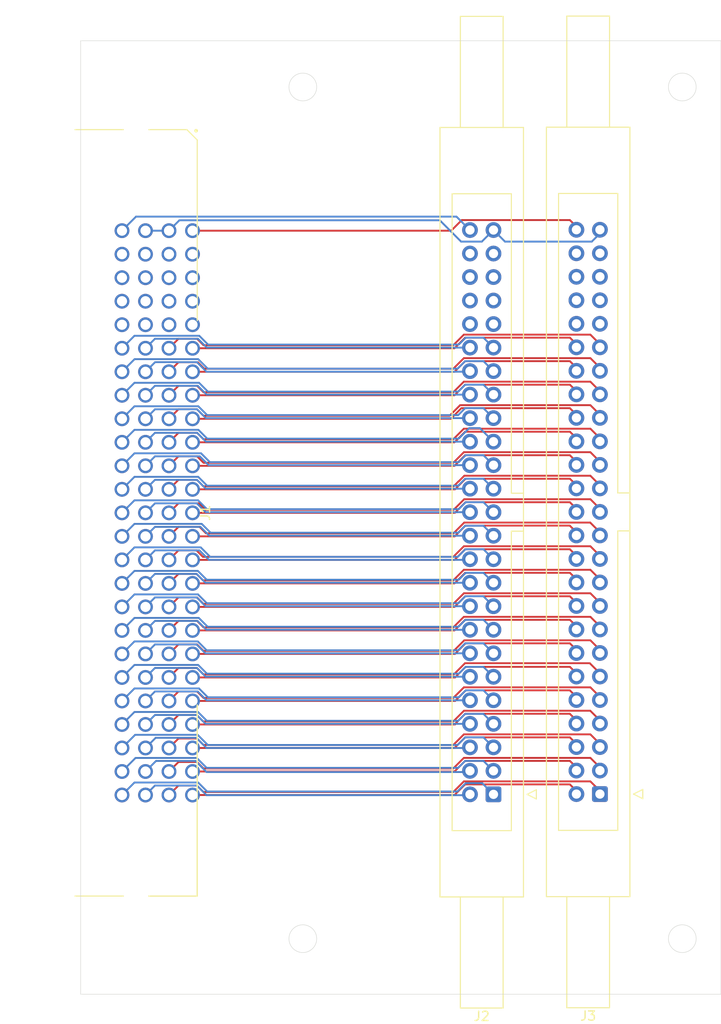
<source format=kicad_pcb>
(kicad_pcb (version 20171130) (host pcbnew "(5.1.8)-1")

  (general
    (thickness 1.6)
    (drawings 8)
    (tracks 471)
    (zones 0)
    (modules 3)
    (nets 116)
  )

  (page A4)
  (layers
    (0 F.Cu signal)
    (31 B.Cu signal)
    (32 B.Adhes user)
    (33 F.Adhes user)
    (34 B.Paste user)
    (35 F.Paste user)
    (36 B.SilkS user)
    (37 F.SilkS user)
    (38 B.Mask user)
    (39 F.Mask user)
    (40 Dwgs.User user)
    (41 Cmts.User user)
    (42 Eco1.User user)
    (43 Eco2.User user)
    (44 Edge.Cuts user)
    (45 Margin user)
    (46 B.CrtYd user)
    (47 F.CrtYd user)
    (48 B.Fab user)
    (49 F.Fab user)
  )

  (setup
    (last_trace_width 0.2)
    (trace_clearance 0.125)
    (zone_clearance 0.508)
    (zone_45_only no)
    (trace_min 0.125)
    (via_size 0.6)
    (via_drill 0.3)
    (via_min_size 0.6)
    (via_min_drill 0.3)
    (uvia_size 0.3)
    (uvia_drill 0.1)
    (uvias_allowed no)
    (uvia_min_size 0.2)
    (uvia_min_drill 0.1)
    (edge_width 0.05)
    (segment_width 0.2)
    (pcb_text_width 0.3)
    (pcb_text_size 1.5 1.5)
    (mod_edge_width 0.12)
    (mod_text_size 1 1)
    (mod_text_width 0.15)
    (pad_size 1.524 1.524)
    (pad_drill 0.762)
    (pad_to_mask_clearance 0)
    (aux_axis_origin 0 0)
    (visible_elements 7FFFFFFF)
    (pcbplotparams
      (layerselection 0x010fc_ffffffff)
      (usegerberextensions false)
      (usegerberattributes true)
      (usegerberadvancedattributes true)
      (creategerberjobfile true)
      (excludeedgelayer true)
      (linewidth 0.100000)
      (plotframeref false)
      (viasonmask false)
      (mode 1)
      (useauxorigin false)
      (hpglpennumber 1)
      (hpglpenspeed 20)
      (hpglpendiameter 15.000000)
      (psnegative false)
      (psa4output false)
      (plotreference true)
      (plotvalue true)
      (plotinvisibletext false)
      (padsonsilk false)
      (subtractmaskfromsilk false)
      (outputformat 1)
      (mirror false)
      (drillshape 1)
      (scaleselection 1)
      (outputdirectory ""))
  )

  (net 0 "")
  (net 1 "Net-(J1-PadD5)")
  (net 2 "Net-(J1-PadC5)")
  (net 3 "Net-(J1-PadB5)")
  (net 4 "Net-(J1-PadA5)")
  (net 5 "Net-(J1-PadD4)")
  (net 6 "Net-(J1-PadC4)")
  (net 7 "Net-(J1-PadB4)")
  (net 8 "Net-(J1-PadA4)")
  (net 9 "Net-(J1-PadD3)")
  (net 10 "Net-(J1-PadC3)")
  (net 11 "Net-(J1-PadB3)")
  (net 12 "Net-(J1-PadA3)")
  (net 13 "Net-(J1-PadD2)")
  (net 14 "Net-(J1-PadC2)")
  (net 15 "Net-(J1-PadB2)")
  (net 16 "Net-(J1-PadA2)")
  (net 17 /B0R1-)
  (net 18 /B0R1+)
  (net 19 /B0R0+)
  (net 20 /B0R0-)
  (net 21 /B0C4-)
  (net 22 /B0C4+)
  (net 23 /B0C0+)
  (net 24 /B0C0-)
  (net 25 /B0C5-)
  (net 26 /B0C5+)
  (net 27 /B0C1+)
  (net 28 /B0C1-)
  (net 29 /B0C6-)
  (net 30 /B0C6+)
  (net 31 /B0C2+)
  (net 32 /B0C2-)
  (net 33 /B0C7-)
  (net 34 /B0C7+)
  (net 35 /B0C3+)
  (net 36 /B0C3-)
  (net 37 /B0R3-)
  (net 38 /B0R3+)
  (net 39 /B0R2+)
  (net 40 /B0R2-)
  (net 41 /B0C12-)
  (net 42 /B0C12+)
  (net 43 /B0C8+)
  (net 44 /B0C8-)
  (net 45 /B0C13-)
  (net 46 /B0C13+)
  (net 47 /B0C9+)
  (net 48 /B0C9-)
  (net 49 /B0C14-)
  (net 50 /B0C14+)
  (net 51 /B0C10+)
  (net 52 /B0C10-)
  (net 53 /B0C15-)
  (net 54 /B0C15+)
  (net 55 /B0C11+)
  (net 56 /B0C11-)
  (net 57 /B1R1-)
  (net 58 /B1R1+)
  (net 59 /B1R0+)
  (net 60 /B1R0-)
  (net 61 /B1C4-)
  (net 62 /B1C4+)
  (net 63 /B1C0+)
  (net 64 /B1C0-)
  (net 65 /B1C5-)
  (net 66 /B1C5+)
  (net 67 /B1C1+)
  (net 68 /B1C1-)
  (net 69 /B1C6-)
  (net 70 /B1C6+)
  (net 71 /B1C2+)
  (net 72 /B1C2-)
  (net 73 /B1C7-)
  (net 74 /B1C7+)
  (net 75 /B1C3+)
  (net 76 /B1C3-)
  (net 77 /B1R3-)
  (net 78 /B1R3+)
  (net 79 /B1R2+)
  (net 80 /B1R2-)
  (net 81 /B1C12-)
  (net 82 /B1C12+)
  (net 83 /B1C8+)
  (net 84 /B1C8-)
  (net 85 /B1C13-)
  (net 86 /B1C13+)
  (net 87 /B1C9+)
  (net 88 /B1C9-)
  (net 89 /B1C14-)
  (net 90 /B1C14+)
  (net 91 /B1C10+)
  (net 92 /B1C10-)
  (net 93 /B1C15-)
  (net 94 /B1C15+)
  (net 95 /B1C11+)
  (net 96 /B1C11-)
  (net 97 /TRIGIN)
  (net 98 /GND)
  (net 99 /TRIGOUT)
  (net 100 "Net-(J2-Pad48)")
  (net 101 "Net-(J2-Pad46)")
  (net 102 "Net-(J2-Pad44)")
  (net 103 "Net-(J2-Pad42)")
  (net 104 "Net-(J2-Pad47)")
  (net 105 "Net-(J2-Pad45)")
  (net 106 "Net-(J2-Pad43)")
  (net 107 "Net-(J2-Pad41)")
  (net 108 "Net-(J3-Pad48)")
  (net 109 "Net-(J3-Pad46)")
  (net 110 "Net-(J3-Pad44)")
  (net 111 "Net-(J3-Pad42)")
  (net 112 "Net-(J3-Pad47)")
  (net 113 "Net-(J3-Pad45)")
  (net 114 "Net-(J3-Pad43)")
  (net 115 "Net-(J3-Pad41)")

  (net_class Default "This is the default net class."
    (clearance 0.125)
    (trace_width 0.2)
    (via_dia 0.6)
    (via_drill 0.3)
    (uvia_dia 0.3)
    (uvia_drill 0.1)
    (diff_pair_width 0.2)
    (diff_pair_gap 0.125)
    (add_net /B0C0+)
    (add_net /B0C0-)
    (add_net /B0C1+)
    (add_net /B0C1-)
    (add_net /B0C10+)
    (add_net /B0C10-)
    (add_net /B0C11+)
    (add_net /B0C11-)
    (add_net /B0C12+)
    (add_net /B0C12-)
    (add_net /B0C13+)
    (add_net /B0C13-)
    (add_net /B0C14+)
    (add_net /B0C14-)
    (add_net /B0C15+)
    (add_net /B0C15-)
    (add_net /B0C2+)
    (add_net /B0C2-)
    (add_net /B0C3+)
    (add_net /B0C3-)
    (add_net /B0C4+)
    (add_net /B0C4-)
    (add_net /B0C5+)
    (add_net /B0C5-)
    (add_net /B0C6+)
    (add_net /B0C6-)
    (add_net /B0C7+)
    (add_net /B0C7-)
    (add_net /B0C8+)
    (add_net /B0C8-)
    (add_net /B0C9+)
    (add_net /B0C9-)
    (add_net /B0R0+)
    (add_net /B0R0-)
    (add_net /B0R1+)
    (add_net /B0R1-)
    (add_net /B0R2+)
    (add_net /B0R2-)
    (add_net /B0R3+)
    (add_net /B0R3-)
    (add_net /B1C0+)
    (add_net /B1C0-)
    (add_net /B1C1+)
    (add_net /B1C1-)
    (add_net /B1C10+)
    (add_net /B1C10-)
    (add_net /B1C11+)
    (add_net /B1C11-)
    (add_net /B1C12+)
    (add_net /B1C12-)
    (add_net /B1C13+)
    (add_net /B1C13-)
    (add_net /B1C14+)
    (add_net /B1C14-)
    (add_net /B1C15+)
    (add_net /B1C15-)
    (add_net /B1C2+)
    (add_net /B1C2-)
    (add_net /B1C3+)
    (add_net /B1C3-)
    (add_net /B1C4+)
    (add_net /B1C4-)
    (add_net /B1C5+)
    (add_net /B1C5-)
    (add_net /B1C6+)
    (add_net /B1C6-)
    (add_net /B1C7+)
    (add_net /B1C7-)
    (add_net /B1C8+)
    (add_net /B1C8-)
    (add_net /B1C9+)
    (add_net /B1C9-)
    (add_net /B1R0+)
    (add_net /B1R0-)
    (add_net /B1R1+)
    (add_net /B1R1-)
    (add_net /B1R2+)
    (add_net /B1R2-)
    (add_net /B1R3+)
    (add_net /B1R3-)
    (add_net /GND)
    (add_net /TRIGIN)
    (add_net /TRIGOUT)
    (add_net "Net-(J1-PadA2)")
    (add_net "Net-(J1-PadA3)")
    (add_net "Net-(J1-PadA4)")
    (add_net "Net-(J1-PadA5)")
    (add_net "Net-(J1-PadB2)")
    (add_net "Net-(J1-PadB3)")
    (add_net "Net-(J1-PadB4)")
    (add_net "Net-(J1-PadB5)")
    (add_net "Net-(J1-PadC2)")
    (add_net "Net-(J1-PadC3)")
    (add_net "Net-(J1-PadC4)")
    (add_net "Net-(J1-PadC5)")
    (add_net "Net-(J1-PadD2)")
    (add_net "Net-(J1-PadD3)")
    (add_net "Net-(J1-PadD4)")
    (add_net "Net-(J1-PadD5)")
    (add_net "Net-(J2-Pad41)")
    (add_net "Net-(J2-Pad42)")
    (add_net "Net-(J2-Pad43)")
    (add_net "Net-(J2-Pad44)")
    (add_net "Net-(J2-Pad45)")
    (add_net "Net-(J2-Pad46)")
    (add_net "Net-(J2-Pad47)")
    (add_net "Net-(J2-Pad48)")
    (add_net "Net-(J3-Pad41)")
    (add_net "Net-(J3-Pad42)")
    (add_net "Net-(J3-Pad43)")
    (add_net "Net-(J3-Pad44)")
    (add_net "Net-(J3-Pad45)")
    (add_net "Net-(J3-Pad46)")
    (add_net "Net-(J3-Pad47)")
    (add_net "Net-(J3-Pad48)")
  )

  (module spels:AMP-HDI-100-Female (layer F.Cu) (tedit 60106693) (tstamp 6254D961)
    (at 67 109 270)
    (descr "TE Connectivity 5532903-2")
    (path /62548BC7)
    (fp_text reference J1 (at 0 -6.47 90) (layer F.SilkS)
      (effects (font (size 1 1) (thickness 0.15)))
    )
    (fp_text value connector-25x4 (at 0 8.5 90) (layer F.Fab) hide
      (effects (font (size 1 1) (thickness 0.15)))
    )
    (fp_line (start -40.275 -5.47) (end -41.275 -4.47) (layer F.Fab) (width 0.1))
    (fp_line (start -41.275 -4.47) (end -41.275 15.46) (layer F.Fab) (width 0.1))
    (fp_line (start -41.275 15.46) (end 41.275 15.46) (layer F.Fab) (width 0.1))
    (fp_line (start 41.275 15.46) (end 41.275 -5.47) (layer F.Fab) (width 0.1))
    (fp_line (start 41.275 -5.47) (end -40.275 -5.47) (layer F.Fab) (width 0.1))
    (fp_line (start 20.7575 -5.59) (end 41.395 -5.59) (layer F.SilkS) (width 0.12))
    (fp_line (start 41.395 -5.59) (end 41.395 -0.3575) (layer F.SilkS) (width 0.12))
    (fp_line (start 20.7575 -5.59) (end 41.395 -5.59) (layer F.SilkS) (width 0.12))
    (fp_line (start 41.395 -5.59) (end 41.395 -0.3575) (layer F.SilkS) (width 0.12))
    (fp_line (start 20.7575 7.62) (end 41.395 7.62) (layer Dwgs.User) (width 0.12))
    (fp_line (start 41.395 7.62) (end 41.395 2.3875) (layer F.SilkS) (width 0.12))
    (fp_line (start 20.7575 -5.59) (end 41.395 -5.59) (layer F.SilkS) (width 0.12))
    (fp_line (start 41.395 -5.59) (end 41.395 -0.3575) (layer F.SilkS) (width 0.12))
    (fp_line (start -20.7575 7.62) (end -41.395 7.62) (layer Dwgs.User) (width 0.12))
    (fp_line (start -41.395 7.62) (end -41.395 2.3875) (layer F.SilkS) (width 0.12))
    (fp_line (start -20.7575 -5.59) (end -40.275 -5.59) (layer F.SilkS) (width 0.12))
    (fp_line (start -40.275 -5.59) (end -41.395 -4.47) (layer F.SilkS) (width 0.12))
    (fp_line (start -41.395 -4.47) (end -41.395 -0.3575) (layer F.SilkS) (width 0.12))
    (fp_circle (center -41.275 -5.47) (end -41.275 -5.37) (layer F.SilkS) (width 0.2))
    (fp_line (start -41.5 -5.705) (end 41.5 -5.705) (layer F.CrtYd) (width 0.05))
    (fp_line (start 41.5 -5.705) (end 41.5 15.695) (layer F.CrtYd) (width 0.05))
    (fp_line (start 41.5 15.695) (end -41.5 15.695) (layer F.CrtYd) (width 0.05))
    (fp_line (start -41.5 15.695) (end -41.5 -5.705) (layer F.CrtYd) (width 0.05))
    (pad "" np_thru_hole circle (at 37.46 0 90) (size 3.05 3.05) (drill 3.05) (layers *.Cu *.Mask))
    (pad "" np_thru_hole circle (at -37.46 0 270) (size 3.05 3.05) (drill 3.05) (layers *.Cu *.Mask))
    (pad D25 thru_hole circle (at 30.48 2.54 270) (size 1.6 1.6) (drill 1.1) (layers *.Cu *.Mask)
      (net 17 /B0R1-))
    (pad C25 thru_hole circle (at 30.48 0 270) (size 1.6 1.6) (drill 1.1) (layers *.Cu *.Mask)
      (net 18 /B0R1+))
    (pad B25 thru_hole circle (at 30.48 -2.54 270) (size 1.6 1.6) (drill 1.1) (layers *.Cu *.Mask)
      (net 19 /B0R0+))
    (pad A25 thru_hole circle (at 30.48 -5.08 270) (size 1.6 1.6) (drill 1.1) (layers *.Cu *.Mask)
      (net 20 /B0R0-))
    (pad D24 thru_hole circle (at 27.94 2.54 270) (size 1.6 1.6) (drill 1.1) (layers *.Cu *.Mask)
      (net 21 /B0C4-))
    (pad C24 thru_hole circle (at 27.94 0 270) (size 1.6 1.6) (drill 1.1) (layers *.Cu *.Mask)
      (net 22 /B0C4+))
    (pad B24 thru_hole circle (at 27.94 -2.54 270) (size 1.6 1.6) (drill 1.1) (layers *.Cu *.Mask)
      (net 23 /B0C0+))
    (pad A24 thru_hole circle (at 27.94 -5.08 270) (size 1.6 1.6) (drill 1.1) (layers *.Cu *.Mask)
      (net 24 /B0C0-))
    (pad D23 thru_hole circle (at 25.4 2.54 270) (size 1.6 1.6) (drill 1.1) (layers *.Cu *.Mask)
      (net 25 /B0C5-))
    (pad C23 thru_hole circle (at 25.4 0 270) (size 1.6 1.6) (drill 1.1) (layers *.Cu *.Mask)
      (net 26 /B0C5+))
    (pad B23 thru_hole circle (at 25.4 -2.54 270) (size 1.6 1.6) (drill 1.1) (layers *.Cu *.Mask)
      (net 27 /B0C1+))
    (pad A23 thru_hole circle (at 25.4 -5.08 270) (size 1.6 1.6) (drill 1.1) (layers *.Cu *.Mask)
      (net 28 /B0C1-))
    (pad D22 thru_hole circle (at 22.86 2.54 270) (size 1.6 1.6) (drill 1.1) (layers *.Cu *.Mask)
      (net 29 /B0C6-))
    (pad C22 thru_hole circle (at 22.86 0 270) (size 1.6 1.6) (drill 1.1) (layers *.Cu *.Mask)
      (net 30 /B0C6+))
    (pad B22 thru_hole circle (at 22.86 -2.54 270) (size 1.6 1.6) (drill 1.1) (layers *.Cu *.Mask)
      (net 31 /B0C2+))
    (pad A22 thru_hole circle (at 22.86 -5.08 270) (size 1.6 1.6) (drill 1.1) (layers *.Cu *.Mask)
      (net 32 /B0C2-))
    (pad D21 thru_hole circle (at 20.32 2.54 270) (size 1.6 1.6) (drill 1.1) (layers *.Cu *.Mask)
      (net 33 /B0C7-))
    (pad C21 thru_hole circle (at 20.32 0 270) (size 1.6 1.6) (drill 1.1) (layers *.Cu *.Mask)
      (net 34 /B0C7+))
    (pad B21 thru_hole circle (at 20.32 -2.54 270) (size 1.6 1.6) (drill 1.1) (layers *.Cu *.Mask)
      (net 35 /B0C3+))
    (pad A21 thru_hole circle (at 20.32 -5.08 270) (size 1.6 1.6) (drill 1.1) (layers *.Cu *.Mask)
      (net 36 /B0C3-))
    (pad D20 thru_hole circle (at 17.78 2.54 270) (size 1.6 1.6) (drill 1.1) (layers *.Cu *.Mask)
      (net 37 /B0R3-))
    (pad C20 thru_hole circle (at 17.78 0 270) (size 1.6 1.6) (drill 1.1) (layers *.Cu *.Mask)
      (net 38 /B0R3+))
    (pad B20 thru_hole circle (at 17.78 -2.54 270) (size 1.6 1.6) (drill 1.1) (layers *.Cu *.Mask)
      (net 39 /B0R2+))
    (pad A20 thru_hole circle (at 17.78 -5.08 270) (size 1.6 1.6) (drill 1.1) (layers *.Cu *.Mask)
      (net 40 /B0R2-))
    (pad D19 thru_hole circle (at 15.24 2.54 270) (size 1.6 1.6) (drill 1.1) (layers *.Cu *.Mask)
      (net 41 /B0C12-))
    (pad C19 thru_hole circle (at 15.24 0 270) (size 1.6 1.6) (drill 1.1) (layers *.Cu *.Mask)
      (net 42 /B0C12+))
    (pad B19 thru_hole circle (at 15.24 -2.54 270) (size 1.6 1.6) (drill 1.1) (layers *.Cu *.Mask)
      (net 43 /B0C8+))
    (pad A19 thru_hole circle (at 15.24 -5.08 270) (size 1.6 1.6) (drill 1.1) (layers *.Cu *.Mask)
      (net 44 /B0C8-))
    (pad D18 thru_hole circle (at 12.7 2.54 270) (size 1.6 1.6) (drill 1.1) (layers *.Cu *.Mask)
      (net 45 /B0C13-))
    (pad C18 thru_hole circle (at 12.7 0 270) (size 1.6 1.6) (drill 1.1) (layers *.Cu *.Mask)
      (net 46 /B0C13+))
    (pad B18 thru_hole circle (at 12.7 -2.54 270) (size 1.6 1.6) (drill 1.1) (layers *.Cu *.Mask)
      (net 47 /B0C9+))
    (pad A18 thru_hole circle (at 12.7 -5.08 270) (size 1.6 1.6) (drill 1.1) (layers *.Cu *.Mask)
      (net 48 /B0C9-))
    (pad D17 thru_hole circle (at 10.16 2.54 270) (size 1.6 1.6) (drill 1.1) (layers *.Cu *.Mask)
      (net 49 /B0C14-))
    (pad C17 thru_hole circle (at 10.16 0 270) (size 1.6 1.6) (drill 1.1) (layers *.Cu *.Mask)
      (net 50 /B0C14+))
    (pad B17 thru_hole circle (at 10.16 -2.54 270) (size 1.6 1.6) (drill 1.1) (layers *.Cu *.Mask)
      (net 51 /B0C10+))
    (pad A17 thru_hole circle (at 10.16 -5.08 270) (size 1.6 1.6) (drill 1.1) (layers *.Cu *.Mask)
      (net 52 /B0C10-))
    (pad D16 thru_hole circle (at 7.62 2.54 270) (size 1.6 1.6) (drill 1.1) (layers *.Cu *.Mask)
      (net 53 /B0C15-))
    (pad C16 thru_hole circle (at 7.62 0 270) (size 1.6 1.6) (drill 1.1) (layers *.Cu *.Mask)
      (net 54 /B0C15+))
    (pad B16 thru_hole circle (at 7.62 -2.54 270) (size 1.6 1.6) (drill 1.1) (layers *.Cu *.Mask)
      (net 55 /B0C11+))
    (pad A16 thru_hole circle (at 7.62 -5.08 270) (size 1.6 1.6) (drill 1.1) (layers *.Cu *.Mask)
      (net 56 /B0C11-))
    (pad D15 thru_hole circle (at 5.08 2.54 270) (size 1.6 1.6) (drill 1.1) (layers *.Cu *.Mask)
      (net 57 /B1R1-))
    (pad C15 thru_hole circle (at 5.08 0 270) (size 1.6 1.6) (drill 1.1) (layers *.Cu *.Mask)
      (net 58 /B1R1+))
    (pad B15 thru_hole circle (at 5.08 -2.54 270) (size 1.6 1.6) (drill 1.1) (layers *.Cu *.Mask)
      (net 59 /B1R0+))
    (pad A15 thru_hole circle (at 5.08 -5.08 270) (size 1.6 1.6) (drill 1.1) (layers *.Cu *.Mask)
      (net 60 /B1R0-))
    (pad D14 thru_hole circle (at 2.54 2.54 270) (size 1.6 1.6) (drill 1.1) (layers *.Cu *.Mask)
      (net 61 /B1C4-))
    (pad C14 thru_hole circle (at 2.54 0 270) (size 1.6 1.6) (drill 1.1) (layers *.Cu *.Mask)
      (net 62 /B1C4+))
    (pad B14 thru_hole circle (at 2.54 -2.54 270) (size 1.6 1.6) (drill 1.1) (layers *.Cu *.Mask)
      (net 63 /B1C0+))
    (pad A14 thru_hole circle (at 2.54 -5.08 270) (size 1.6 1.6) (drill 1.1) (layers *.Cu *.Mask)
      (net 64 /B1C0-))
    (pad D13 thru_hole circle (at 0 2.54 270) (size 1.6 1.6) (drill 1.1) (layers *.Cu *.Mask)
      (net 65 /B1C5-))
    (pad C13 thru_hole circle (at 0 0 270) (size 1.6 1.6) (drill 1.1) (layers *.Cu *.Mask)
      (net 66 /B1C5+))
    (pad B13 thru_hole circle (at 0 -2.54 270) (size 1.6 1.6) (drill 1.1) (layers *.Cu *.Mask)
      (net 67 /B1C1+))
    (pad A13 thru_hole circle (at 0 -5.08 270) (size 1.6 1.6) (drill 1.1) (layers *.Cu *.Mask)
      (net 68 /B1C1-))
    (pad D12 thru_hole circle (at -2.54 2.54 270) (size 1.6 1.6) (drill 1.1) (layers *.Cu *.Mask)
      (net 69 /B1C6-))
    (pad C12 thru_hole circle (at -2.54 0 270) (size 1.6 1.6) (drill 1.1) (layers *.Cu *.Mask)
      (net 70 /B1C6+))
    (pad B12 thru_hole circle (at -2.54 -2.54 270) (size 1.6 1.6) (drill 1.1) (layers *.Cu *.Mask)
      (net 71 /B1C2+))
    (pad A12 thru_hole circle (at -2.54 -5.08 270) (size 1.6 1.6) (drill 1.1) (layers *.Cu *.Mask)
      (net 72 /B1C2-))
    (pad D11 thru_hole circle (at -5.08 2.54 270) (size 1.6 1.6) (drill 1.1) (layers *.Cu *.Mask)
      (net 73 /B1C7-))
    (pad C11 thru_hole circle (at -5.08 0 270) (size 1.6 1.6) (drill 1.1) (layers *.Cu *.Mask)
      (net 74 /B1C7+))
    (pad B11 thru_hole circle (at -5.08 -2.54 270) (size 1.6 1.6) (drill 1.1) (layers *.Cu *.Mask)
      (net 75 /B1C3+))
    (pad A11 thru_hole circle (at -5.08 -5.08 270) (size 1.6 1.6) (drill 1.1) (layers *.Cu *.Mask)
      (net 76 /B1C3-))
    (pad D10 thru_hole circle (at -7.62 2.54 270) (size 1.6 1.6) (drill 1.1) (layers *.Cu *.Mask)
      (net 77 /B1R3-))
    (pad C10 thru_hole circle (at -7.62 0 270) (size 1.6 1.6) (drill 1.1) (layers *.Cu *.Mask)
      (net 78 /B1R3+))
    (pad B10 thru_hole circle (at -7.62 -2.54 270) (size 1.6 1.6) (drill 1.1) (layers *.Cu *.Mask)
      (net 79 /B1R2+))
    (pad A10 thru_hole circle (at -7.62 -5.08 270) (size 1.6 1.6) (drill 1.1) (layers *.Cu *.Mask)
      (net 80 /B1R2-))
    (pad D9 thru_hole circle (at -10.16 2.54 270) (size 1.6 1.6) (drill 1.1) (layers *.Cu *.Mask)
      (net 81 /B1C12-))
    (pad C9 thru_hole circle (at -10.16 0 270) (size 1.6 1.6) (drill 1.1) (layers *.Cu *.Mask)
      (net 82 /B1C12+))
    (pad B9 thru_hole circle (at -10.16 -2.54 270) (size 1.6 1.6) (drill 1.1) (layers *.Cu *.Mask)
      (net 83 /B1C8+))
    (pad A9 thru_hole circle (at -10.16 -5.08 270) (size 1.6 1.6) (drill 1.1) (layers *.Cu *.Mask)
      (net 84 /B1C8-))
    (pad D8 thru_hole circle (at -12.7 2.54 270) (size 1.6 1.6) (drill 1.1) (layers *.Cu *.Mask)
      (net 85 /B1C13-))
    (pad C8 thru_hole circle (at -12.7 0 270) (size 1.6 1.6) (drill 1.1) (layers *.Cu *.Mask)
      (net 86 /B1C13+))
    (pad B8 thru_hole circle (at -12.7 -2.54 270) (size 1.6 1.6) (drill 1.1) (layers *.Cu *.Mask)
      (net 87 /B1C9+))
    (pad A8 thru_hole circle (at -12.7 -5.08 270) (size 1.6 1.6) (drill 1.1) (layers *.Cu *.Mask)
      (net 88 /B1C9-))
    (pad D7 thru_hole circle (at -15.24 2.54 270) (size 1.6 1.6) (drill 1.1) (layers *.Cu *.Mask)
      (net 89 /B1C14-))
    (pad C7 thru_hole circle (at -15.24 0 270) (size 1.6 1.6) (drill 1.1) (layers *.Cu *.Mask)
      (net 90 /B1C14+))
    (pad B7 thru_hole circle (at -15.24 -2.54 270) (size 1.6 1.6) (drill 1.1) (layers *.Cu *.Mask)
      (net 91 /B1C10+))
    (pad A7 thru_hole circle (at -15.24 -5.08 270) (size 1.6 1.6) (drill 1.1) (layers *.Cu *.Mask)
      (net 92 /B1C10-))
    (pad D6 thru_hole circle (at -17.78 2.54 270) (size 1.6 1.6) (drill 1.1) (layers *.Cu *.Mask)
      (net 93 /B1C15-))
    (pad C6 thru_hole circle (at -17.78 0 270) (size 1.6 1.6) (drill 1.1) (layers *.Cu *.Mask)
      (net 94 /B1C15+))
    (pad B6 thru_hole circle (at -17.78 -2.54 270) (size 1.6 1.6) (drill 1.1) (layers *.Cu *.Mask)
      (net 95 /B1C11+))
    (pad A6 thru_hole circle (at -17.78 -5.08 270) (size 1.6 1.6) (drill 1.1) (layers *.Cu *.Mask)
      (net 96 /B1C11-))
    (pad D5 thru_hole circle (at -20.32 2.54 270) (size 1.6 1.6) (drill 1.1) (layers *.Cu *.Mask)
      (net 1 "Net-(J1-PadD5)"))
    (pad C5 thru_hole circle (at -20.32 0 270) (size 1.6 1.6) (drill 1.1) (layers *.Cu *.Mask)
      (net 2 "Net-(J1-PadC5)"))
    (pad B5 thru_hole circle (at -20.32 -2.54 270) (size 1.6 1.6) (drill 1.1) (layers *.Cu *.Mask)
      (net 3 "Net-(J1-PadB5)"))
    (pad A5 thru_hole circle (at -20.32 -5.08 270) (size 1.6 1.6) (drill 1.1) (layers *.Cu *.Mask)
      (net 4 "Net-(J1-PadA5)"))
    (pad D4 thru_hole circle (at -22.86 2.54 270) (size 1.6 1.6) (drill 1.1) (layers *.Cu *.Mask)
      (net 5 "Net-(J1-PadD4)"))
    (pad C4 thru_hole circle (at -22.86 0 270) (size 1.6 1.6) (drill 1.1) (layers *.Cu *.Mask)
      (net 6 "Net-(J1-PadC4)"))
    (pad B4 thru_hole circle (at -22.86 -2.54 270) (size 1.6 1.6) (drill 1.1) (layers *.Cu *.Mask)
      (net 7 "Net-(J1-PadB4)"))
    (pad A4 thru_hole circle (at -22.86 -5.08 270) (size 1.6 1.6) (drill 1.1) (layers *.Cu *.Mask)
      (net 8 "Net-(J1-PadA4)"))
    (pad D3 thru_hole circle (at -25.4 2.54 270) (size 1.6 1.6) (drill 1.1) (layers *.Cu *.Mask)
      (net 9 "Net-(J1-PadD3)"))
    (pad C3 thru_hole circle (at -25.4 0 270) (size 1.6 1.6) (drill 1.1) (layers *.Cu *.Mask)
      (net 10 "Net-(J1-PadC3)"))
    (pad B3 thru_hole circle (at -25.4 -2.54 270) (size 1.6 1.6) (drill 1.1) (layers *.Cu *.Mask)
      (net 11 "Net-(J1-PadB3)"))
    (pad A3 thru_hole circle (at -25.4 -5.08 270) (size 1.6 1.6) (drill 1.1) (layers *.Cu *.Mask)
      (net 12 "Net-(J1-PadA3)"))
    (pad D2 thru_hole circle (at -27.94 2.54 270) (size 1.6 1.6) (drill 1.1) (layers *.Cu *.Mask)
      (net 13 "Net-(J1-PadD2)"))
    (pad C2 thru_hole circle (at -27.94 0 270) (size 1.6 1.6) (drill 1.1) (layers *.Cu *.Mask)
      (net 14 "Net-(J1-PadC2)"))
    (pad B2 thru_hole circle (at -27.94 -2.54 270) (size 1.6 1.6) (drill 1.1) (layers *.Cu *.Mask)
      (net 15 "Net-(J1-PadB2)"))
    (pad A2 thru_hole circle (at -27.94 -5.08 270) (size 1.6 1.6) (drill 1.1) (layers *.Cu *.Mask)
      (net 16 "Net-(J1-PadA2)"))
    (pad D1 thru_hole circle (at -30.48 2.54 270) (size 1.6 1.6) (drill 1.1) (layers *.Cu *.Mask)
      (net 97 /TRIGIN))
    (pad C1 thru_hole circle (at -30.48 0 270) (size 1.6 1.6) (drill 1.1) (layers *.Cu *.Mask)
      (net 98 /GND))
    (pad B1 thru_hole circle (at -30.48 -2.54 270) (size 1.6 1.6) (drill 1.1) (layers *.Cu *.Mask)
      (net 98 /GND))
    (pad A1 thru_hole circle (at -30.48 -5.08 270) (size 1.6 1.6) (drill 1.1) (layers *.Cu *.Mask)
      (net 99 /TRIGOUT))
    (model ${KICAD_LIB}/spels.3dmodels/5532903-2.stp
      (offset (xyz 0 -15.36 5.05))
      (scale (xyz 1 1 1))
      (rotate (xyz 90 180 180))
    )
  )

  (module Connector_IDC:IDC-Header_2x25_P2.54mm_Latch12.0mm_Vertical (layer F.Cu) (tedit 5EAC9A06) (tstamp 62557760)
    (at 116.1 139.38 180)
    (descr "Through hole IDC header, 2x25, 2.54mm pitch, DIN 41651 / IEC 60603-13, double rows, 12.0mm latches, https://docs.google.com/spreadsheets/d/16SsEcesNF15N3Lb4niX7dcUr-NY5_MFPQhobNuNppn4/edit#gid=0")
    (tags "Through hole vertical IDC header THT 2x25 2.54mm double row")
    (path /6255AC37)
    (fp_text reference J3 (at 1.27 -23.97) (layer F.SilkS)
      (effects (font (size 1 1) (thickness 0.15)))
    )
    (fp_text value Conn_02x25_Odd_Even (at 1.27 84.93) (layer F.Fab)
      (effects (font (size 1 1) (thickness 0.15)))
    )
    (fp_line (start -3.13 -9.97) (end -2.13 -10.97) (layer F.Fab) (width 0.1))
    (fp_line (start -2.13 -10.97) (end 5.67 -10.97) (layer F.Fab) (width 0.1))
    (fp_line (start 5.67 -10.97) (end 5.67 71.93) (layer F.Fab) (width 0.1))
    (fp_line (start 5.67 71.93) (end -3.13 71.93) (layer F.Fab) (width 0.1))
    (fp_line (start -3.13 71.93) (end -3.13 -9.97) (layer F.Fab) (width 0.1))
    (fp_line (start -3.13 28.43) (end -1.93 28.43) (layer F.Fab) (width 0.1))
    (fp_line (start -1.93 28.43) (end -1.93 -3.92) (layer F.Fab) (width 0.1))
    (fp_line (start -1.93 -3.92) (end 4.47 -3.92) (layer F.Fab) (width 0.1))
    (fp_line (start 4.47 -3.92) (end 4.47 64.88) (layer F.Fab) (width 0.1))
    (fp_line (start 4.47 64.88) (end -1.93 64.88) (layer F.Fab) (width 0.1))
    (fp_line (start -1.93 64.88) (end -1.93 32.53) (layer F.Fab) (width 0.1))
    (fp_line (start -1.93 32.53) (end -1.93 32.53) (layer F.Fab) (width 0.1))
    (fp_line (start -1.93 32.53) (end -3.13 32.53) (layer F.Fab) (width 0.1))
    (fp_line (start -0.93 -10.97) (end -0.93 -22.97) (layer F.Fab) (width 0.1))
    (fp_line (start -0.93 -22.97) (end 3.47 -22.97) (layer F.Fab) (width 0.1))
    (fp_line (start 3.47 -22.97) (end 3.47 -10.97) (layer F.Fab) (width 0.1))
    (fp_line (start -0.93 71.93) (end -0.93 83.93) (layer F.Fab) (width 0.1))
    (fp_line (start -0.93 83.93) (end 3.47 83.93) (layer F.Fab) (width 0.1))
    (fp_line (start 3.47 83.93) (end 3.47 71.93) (layer F.Fab) (width 0.1))
    (fp_line (start -3.24 -11.08) (end 5.78 -11.08) (layer F.SilkS) (width 0.12))
    (fp_line (start 5.78 -11.08) (end 5.78 72.04) (layer F.SilkS) (width 0.12))
    (fp_line (start 5.78 72.04) (end -3.24 72.04) (layer F.SilkS) (width 0.12))
    (fp_line (start -3.24 72.04) (end -3.24 -11.08) (layer F.SilkS) (width 0.12))
    (fp_line (start -3.24 28.43) (end -1.93 28.43) (layer F.SilkS) (width 0.12))
    (fp_line (start -1.93 28.43) (end -1.93 -3.92) (layer F.SilkS) (width 0.12))
    (fp_line (start -1.93 -3.92) (end 4.47 -3.92) (layer F.SilkS) (width 0.12))
    (fp_line (start 4.47 -3.92) (end 4.47 64.88) (layer F.SilkS) (width 0.12))
    (fp_line (start 4.47 64.88) (end -1.93 64.88) (layer F.SilkS) (width 0.12))
    (fp_line (start -1.93 64.88) (end -1.93 32.53) (layer F.SilkS) (width 0.12))
    (fp_line (start -1.93 32.53) (end -1.93 32.53) (layer F.SilkS) (width 0.12))
    (fp_line (start -1.93 32.53) (end -3.24 32.53) (layer F.SilkS) (width 0.12))
    (fp_line (start -1.04 -11.08) (end -1.04 -23.08) (layer F.SilkS) (width 0.12))
    (fp_line (start -1.04 -23.08) (end 3.58 -23.08) (layer F.SilkS) (width 0.12))
    (fp_line (start 3.58 -23.08) (end 3.58 -11.08) (layer F.SilkS) (width 0.12))
    (fp_line (start -1.04 72.04) (end -1.04 84.04) (layer F.SilkS) (width 0.12))
    (fp_line (start -1.04 84.04) (end 3.58 84.04) (layer F.SilkS) (width 0.12))
    (fp_line (start 3.58 84.04) (end 3.58 72.04) (layer F.SilkS) (width 0.12))
    (fp_line (start -3.63 0) (end -4.63 -0.5) (layer F.SilkS) (width 0.12))
    (fp_line (start -4.63 -0.5) (end -4.63 0.5) (layer F.SilkS) (width 0.12))
    (fp_line (start -4.63 0.5) (end -3.63 0) (layer F.SilkS) (width 0.12))
    (fp_line (start -3.63 -23.47) (end -3.63 84.43) (layer F.CrtYd) (width 0.05))
    (fp_line (start -3.63 84.43) (end 6.17 84.43) (layer F.CrtYd) (width 0.05))
    (fp_line (start 6.17 84.43) (end 6.17 -23.47) (layer F.CrtYd) (width 0.05))
    (fp_line (start 6.17 -23.47) (end -3.63 -23.47) (layer F.CrtYd) (width 0.05))
    (fp_text user %R (at 1.27 30.48 90) (layer F.Fab)
      (effects (font (size 1 1) (thickness 0.15)))
    )
    (pad 50 thru_hole circle (at 2.54 60.96 180) (size 1.7 1.7) (drill 1) (layers *.Cu *.Mask)
      (net 99 /TRIGOUT))
    (pad 48 thru_hole circle (at 2.54 58.42 180) (size 1.7 1.7) (drill 1) (layers *.Cu *.Mask)
      (net 108 "Net-(J3-Pad48)"))
    (pad 46 thru_hole circle (at 2.54 55.88 180) (size 1.7 1.7) (drill 1) (layers *.Cu *.Mask)
      (net 109 "Net-(J3-Pad46)"))
    (pad 44 thru_hole circle (at 2.54 53.34 180) (size 1.7 1.7) (drill 1) (layers *.Cu *.Mask)
      (net 110 "Net-(J3-Pad44)"))
    (pad 42 thru_hole circle (at 2.54 50.8 180) (size 1.7 1.7) (drill 1) (layers *.Cu *.Mask)
      (net 111 "Net-(J3-Pad42)"))
    (pad 40 thru_hole circle (at 2.54 48.26 180) (size 1.7 1.7) (drill 1) (layers *.Cu *.Mask)
      (net 96 /B1C11-))
    (pad 38 thru_hole circle (at 2.54 45.72 180) (size 1.7 1.7) (drill 1) (layers *.Cu *.Mask)
      (net 92 /B1C10-))
    (pad 36 thru_hole circle (at 2.54 43.18 180) (size 1.7 1.7) (drill 1) (layers *.Cu *.Mask)
      (net 88 /B1C9-))
    (pad 34 thru_hole circle (at 2.54 40.64 180) (size 1.7 1.7) (drill 1) (layers *.Cu *.Mask)
      (net 84 /B1C8-))
    (pad 32 thru_hole circle (at 2.54 38.1 180) (size 1.7 1.7) (drill 1) (layers *.Cu *.Mask)
      (net 80 /B1R2-))
    (pad 30 thru_hole circle (at 2.54 35.56 180) (size 1.7 1.7) (drill 1) (layers *.Cu *.Mask)
      (net 76 /B1C3-))
    (pad 28 thru_hole circle (at 2.54 33.02 180) (size 1.7 1.7) (drill 1) (layers *.Cu *.Mask)
      (net 72 /B1C2-))
    (pad 26 thru_hole circle (at 2.54 30.48 180) (size 1.7 1.7) (drill 1) (layers *.Cu *.Mask)
      (net 68 /B1C1-))
    (pad 24 thru_hole circle (at 2.54 27.94 180) (size 1.7 1.7) (drill 1) (layers *.Cu *.Mask)
      (net 64 /B1C0-))
    (pad 22 thru_hole circle (at 2.54 25.4 180) (size 1.7 1.7) (drill 1) (layers *.Cu *.Mask)
      (net 60 /B1R0-))
    (pad 20 thru_hole circle (at 2.54 22.86 180) (size 1.7 1.7) (drill 1) (layers *.Cu *.Mask)
      (net 56 /B0C11-))
    (pad 18 thru_hole circle (at 2.54 20.32 180) (size 1.7 1.7) (drill 1) (layers *.Cu *.Mask)
      (net 52 /B0C10-))
    (pad 16 thru_hole circle (at 2.54 17.78 180) (size 1.7 1.7) (drill 1) (layers *.Cu *.Mask)
      (net 48 /B0C9-))
    (pad 14 thru_hole circle (at 2.54 15.24 180) (size 1.7 1.7) (drill 1) (layers *.Cu *.Mask)
      (net 44 /B0C8-))
    (pad 12 thru_hole circle (at 2.54 12.7 180) (size 1.7 1.7) (drill 1) (layers *.Cu *.Mask)
      (net 40 /B0R2-))
    (pad 10 thru_hole circle (at 2.54 10.16 180) (size 1.7 1.7) (drill 1) (layers *.Cu *.Mask)
      (net 36 /B0C3-))
    (pad 8 thru_hole circle (at 2.54 7.62 180) (size 1.7 1.7) (drill 1) (layers *.Cu *.Mask)
      (net 32 /B0C2-))
    (pad 6 thru_hole circle (at 2.54 5.08 180) (size 1.7 1.7) (drill 1) (layers *.Cu *.Mask)
      (net 28 /B0C1-))
    (pad 4 thru_hole circle (at 2.54 2.54 180) (size 1.7 1.7) (drill 1) (layers *.Cu *.Mask)
      (net 24 /B0C0-))
    (pad 2 thru_hole circle (at 2.54 0 180) (size 1.7 1.7) (drill 1) (layers *.Cu *.Mask)
      (net 20 /B0R0-))
    (pad 49 thru_hole circle (at 0 60.96 180) (size 1.7 1.7) (drill 1) (layers *.Cu *.Mask)
      (net 98 /GND))
    (pad 47 thru_hole circle (at 0 58.42 180) (size 1.7 1.7) (drill 1) (layers *.Cu *.Mask)
      (net 112 "Net-(J3-Pad47)"))
    (pad 45 thru_hole circle (at 0 55.88 180) (size 1.7 1.7) (drill 1) (layers *.Cu *.Mask)
      (net 113 "Net-(J3-Pad45)"))
    (pad 43 thru_hole circle (at 0 53.34 180) (size 1.7 1.7) (drill 1) (layers *.Cu *.Mask)
      (net 114 "Net-(J3-Pad43)"))
    (pad 41 thru_hole circle (at 0 50.8 180) (size 1.7 1.7) (drill 1) (layers *.Cu *.Mask)
      (net 115 "Net-(J3-Pad41)"))
    (pad 39 thru_hole circle (at 0 48.26 180) (size 1.7 1.7) (drill 1) (layers *.Cu *.Mask)
      (net 95 /B1C11+))
    (pad 37 thru_hole circle (at 0 45.72 180) (size 1.7 1.7) (drill 1) (layers *.Cu *.Mask)
      (net 91 /B1C10+))
    (pad 35 thru_hole circle (at 0 43.18 180) (size 1.7 1.7) (drill 1) (layers *.Cu *.Mask)
      (net 87 /B1C9+))
    (pad 33 thru_hole circle (at 0 40.64 180) (size 1.7 1.7) (drill 1) (layers *.Cu *.Mask)
      (net 83 /B1C8+))
    (pad 31 thru_hole circle (at 0 38.1 180) (size 1.7 1.7) (drill 1) (layers *.Cu *.Mask)
      (net 79 /B1R2+))
    (pad 29 thru_hole circle (at 0 35.56 180) (size 1.7 1.7) (drill 1) (layers *.Cu *.Mask)
      (net 75 /B1C3+))
    (pad 27 thru_hole circle (at 0 33.02 180) (size 1.7 1.7) (drill 1) (layers *.Cu *.Mask)
      (net 71 /B1C2+))
    (pad 25 thru_hole circle (at 0 30.48 180) (size 1.7 1.7) (drill 1) (layers *.Cu *.Mask)
      (net 67 /B1C1+))
    (pad 23 thru_hole circle (at 0 27.94 180) (size 1.7 1.7) (drill 1) (layers *.Cu *.Mask)
      (net 63 /B1C0+))
    (pad 21 thru_hole circle (at 0 25.4 180) (size 1.7 1.7) (drill 1) (layers *.Cu *.Mask)
      (net 59 /B1R0+))
    (pad 19 thru_hole circle (at 0 22.86 180) (size 1.7 1.7) (drill 1) (layers *.Cu *.Mask)
      (net 55 /B0C11+))
    (pad 17 thru_hole circle (at 0 20.32 180) (size 1.7 1.7) (drill 1) (layers *.Cu *.Mask)
      (net 51 /B0C10+))
    (pad 15 thru_hole circle (at 0 17.78 180) (size 1.7 1.7) (drill 1) (layers *.Cu *.Mask)
      (net 47 /B0C9+))
    (pad 13 thru_hole circle (at 0 15.24 180) (size 1.7 1.7) (drill 1) (layers *.Cu *.Mask)
      (net 43 /B0C8+))
    (pad 11 thru_hole circle (at 0 12.7 180) (size 1.7 1.7) (drill 1) (layers *.Cu *.Mask)
      (net 39 /B0R2+))
    (pad 9 thru_hole circle (at 0 10.16 180) (size 1.7 1.7) (drill 1) (layers *.Cu *.Mask)
      (net 35 /B0C3+))
    (pad 7 thru_hole circle (at 0 7.62 180) (size 1.7 1.7) (drill 1) (layers *.Cu *.Mask)
      (net 31 /B0C2+))
    (pad 5 thru_hole circle (at 0 5.08 180) (size 1.7 1.7) (drill 1) (layers *.Cu *.Mask)
      (net 27 /B0C1+))
    (pad 3 thru_hole circle (at 0 2.54 180) (size 1.7 1.7) (drill 1) (layers *.Cu *.Mask)
      (net 23 /B0C0+))
    (pad 1 thru_hole roundrect (at 0 0 180) (size 1.7 1.7) (drill 1) (layers *.Cu *.Mask) (roundrect_rratio 0.147059)
      (net 19 /B0R0+))
    (model ${KISYS3DMOD}/Connector_IDC.3dshapes/IDC-Header_2x25_P2.54mm_Latch12.0mm_Vertical.wrl
      (at (xyz 0 0 0))
      (scale (xyz 1 1 1))
      (rotate (xyz 0 0 0))
    )
  )

  (module Connector_IDC:IDC-Header_2x25_P2.54mm_Latch12.0mm_Vertical (layer F.Cu) (tedit 5EAC9A06) (tstamp 62557886)
    (at 104.6 139.41 180)
    (descr "Through hole IDC header, 2x25, 2.54mm pitch, DIN 41651 / IEC 60603-13, double rows, 12.0mm latches, https://docs.google.com/spreadsheets/d/16SsEcesNF15N3Lb4niX7dcUr-NY5_MFPQhobNuNppn4/edit#gid=0")
    (tags "Through hole vertical IDC header THT 2x25 2.54mm double row")
    (path /6255532D)
    (fp_text reference J2 (at 1.27 -23.97) (layer F.SilkS)
      (effects (font (size 1 1) (thickness 0.15)))
    )
    (fp_text value Conn_02x25_Odd_Even (at 1.27 84.93) (layer F.Fab)
      (effects (font (size 1 1) (thickness 0.15)))
    )
    (fp_line (start -3.13 -9.97) (end -2.13 -10.97) (layer F.Fab) (width 0.1))
    (fp_line (start -2.13 -10.97) (end 5.67 -10.97) (layer F.Fab) (width 0.1))
    (fp_line (start 5.67 -10.97) (end 5.67 71.93) (layer F.Fab) (width 0.1))
    (fp_line (start 5.67 71.93) (end -3.13 71.93) (layer F.Fab) (width 0.1))
    (fp_line (start -3.13 71.93) (end -3.13 -9.97) (layer F.Fab) (width 0.1))
    (fp_line (start -3.13 28.43) (end -1.93 28.43) (layer F.Fab) (width 0.1))
    (fp_line (start -1.93 28.43) (end -1.93 -3.92) (layer F.Fab) (width 0.1))
    (fp_line (start -1.93 -3.92) (end 4.47 -3.92) (layer F.Fab) (width 0.1))
    (fp_line (start 4.47 -3.92) (end 4.47 64.88) (layer F.Fab) (width 0.1))
    (fp_line (start 4.47 64.88) (end -1.93 64.88) (layer F.Fab) (width 0.1))
    (fp_line (start -1.93 64.88) (end -1.93 32.53) (layer F.Fab) (width 0.1))
    (fp_line (start -1.93 32.53) (end -1.93 32.53) (layer F.Fab) (width 0.1))
    (fp_line (start -1.93 32.53) (end -3.13 32.53) (layer F.Fab) (width 0.1))
    (fp_line (start -0.93 -10.97) (end -0.93 -22.97) (layer F.Fab) (width 0.1))
    (fp_line (start -0.93 -22.97) (end 3.47 -22.97) (layer F.Fab) (width 0.1))
    (fp_line (start 3.47 -22.97) (end 3.47 -10.97) (layer F.Fab) (width 0.1))
    (fp_line (start -0.93 71.93) (end -0.93 83.93) (layer F.Fab) (width 0.1))
    (fp_line (start -0.93 83.93) (end 3.47 83.93) (layer F.Fab) (width 0.1))
    (fp_line (start 3.47 83.93) (end 3.47 71.93) (layer F.Fab) (width 0.1))
    (fp_line (start -3.24 -11.08) (end 5.78 -11.08) (layer F.SilkS) (width 0.12))
    (fp_line (start 5.78 -11.08) (end 5.78 72.04) (layer F.SilkS) (width 0.12))
    (fp_line (start 5.78 72.04) (end -3.24 72.04) (layer F.SilkS) (width 0.12))
    (fp_line (start -3.24 72.04) (end -3.24 -11.08) (layer F.SilkS) (width 0.12))
    (fp_line (start -3.24 28.43) (end -1.93 28.43) (layer F.SilkS) (width 0.12))
    (fp_line (start -1.93 28.43) (end -1.93 -3.92) (layer F.SilkS) (width 0.12))
    (fp_line (start -1.93 -3.92) (end 4.47 -3.92) (layer F.SilkS) (width 0.12))
    (fp_line (start 4.47 -3.92) (end 4.47 64.88) (layer F.SilkS) (width 0.12))
    (fp_line (start 4.47 64.88) (end -1.93 64.88) (layer F.SilkS) (width 0.12))
    (fp_line (start -1.93 64.88) (end -1.93 32.53) (layer F.SilkS) (width 0.12))
    (fp_line (start -1.93 32.53) (end -1.93 32.53) (layer F.SilkS) (width 0.12))
    (fp_line (start -1.93 32.53) (end -3.24 32.53) (layer F.SilkS) (width 0.12))
    (fp_line (start -1.04 -11.08) (end -1.04 -23.08) (layer F.SilkS) (width 0.12))
    (fp_line (start -1.04 -23.08) (end 3.58 -23.08) (layer F.SilkS) (width 0.12))
    (fp_line (start 3.58 -23.08) (end 3.58 -11.08) (layer F.SilkS) (width 0.12))
    (fp_line (start -1.04 72.04) (end -1.04 84.04) (layer F.SilkS) (width 0.12))
    (fp_line (start -1.04 84.04) (end 3.58 84.04) (layer F.SilkS) (width 0.12))
    (fp_line (start 3.58 84.04) (end 3.58 72.04) (layer F.SilkS) (width 0.12))
    (fp_line (start -3.63 0) (end -4.63 -0.5) (layer F.SilkS) (width 0.12))
    (fp_line (start -4.63 -0.5) (end -4.63 0.5) (layer F.SilkS) (width 0.12))
    (fp_line (start -4.63 0.5) (end -3.63 0) (layer F.SilkS) (width 0.12))
    (fp_line (start -3.63 -23.47) (end -3.63 84.43) (layer F.CrtYd) (width 0.05))
    (fp_line (start -3.63 84.43) (end 6.17 84.43) (layer F.CrtYd) (width 0.05))
    (fp_line (start 6.17 84.43) (end 6.17 -23.47) (layer F.CrtYd) (width 0.05))
    (fp_line (start 6.17 -23.47) (end -3.63 -23.47) (layer F.CrtYd) (width 0.05))
    (fp_text user %R (at 1.27 30.48 90) (layer F.Fab)
      (effects (font (size 1 1) (thickness 0.15)))
    )
    (pad 50 thru_hole circle (at 2.54 60.96 180) (size 1.7 1.7) (drill 1) (layers *.Cu *.Mask)
      (net 97 /TRIGIN))
    (pad 48 thru_hole circle (at 2.54 58.42 180) (size 1.7 1.7) (drill 1) (layers *.Cu *.Mask)
      (net 100 "Net-(J2-Pad48)"))
    (pad 46 thru_hole circle (at 2.54 55.88 180) (size 1.7 1.7) (drill 1) (layers *.Cu *.Mask)
      (net 101 "Net-(J2-Pad46)"))
    (pad 44 thru_hole circle (at 2.54 53.34 180) (size 1.7 1.7) (drill 1) (layers *.Cu *.Mask)
      (net 102 "Net-(J2-Pad44)"))
    (pad 42 thru_hole circle (at 2.54 50.8 180) (size 1.7 1.7) (drill 1) (layers *.Cu *.Mask)
      (net 103 "Net-(J2-Pad42)"))
    (pad 40 thru_hole circle (at 2.54 48.26 180) (size 1.7 1.7) (drill 1) (layers *.Cu *.Mask)
      (net 94 /B1C15+))
    (pad 38 thru_hole circle (at 2.54 45.72 180) (size 1.7 1.7) (drill 1) (layers *.Cu *.Mask)
      (net 90 /B1C14+))
    (pad 36 thru_hole circle (at 2.54 43.18 180) (size 1.7 1.7) (drill 1) (layers *.Cu *.Mask)
      (net 86 /B1C13+))
    (pad 34 thru_hole circle (at 2.54 40.64 180) (size 1.7 1.7) (drill 1) (layers *.Cu *.Mask)
      (net 82 /B1C12+))
    (pad 32 thru_hole circle (at 2.54 38.1 180) (size 1.7 1.7) (drill 1) (layers *.Cu *.Mask)
      (net 78 /B1R3+))
    (pad 30 thru_hole circle (at 2.54 35.56 180) (size 1.7 1.7) (drill 1) (layers *.Cu *.Mask)
      (net 74 /B1C7+))
    (pad 28 thru_hole circle (at 2.54 33.02 180) (size 1.7 1.7) (drill 1) (layers *.Cu *.Mask)
      (net 70 /B1C6+))
    (pad 26 thru_hole circle (at 2.54 30.48 180) (size 1.7 1.7) (drill 1) (layers *.Cu *.Mask)
      (net 66 /B1C5+))
    (pad 24 thru_hole circle (at 2.54 27.94 180) (size 1.7 1.7) (drill 1) (layers *.Cu *.Mask)
      (net 62 /B1C4+))
    (pad 22 thru_hole circle (at 2.54 25.4 180) (size 1.7 1.7) (drill 1) (layers *.Cu *.Mask)
      (net 58 /B1R1+))
    (pad 20 thru_hole circle (at 2.54 22.86 180) (size 1.7 1.7) (drill 1) (layers *.Cu *.Mask)
      (net 54 /B0C15+))
    (pad 18 thru_hole circle (at 2.54 20.32 180) (size 1.7 1.7) (drill 1) (layers *.Cu *.Mask)
      (net 50 /B0C14+))
    (pad 16 thru_hole circle (at 2.54 17.78 180) (size 1.7 1.7) (drill 1) (layers *.Cu *.Mask)
      (net 46 /B0C13+))
    (pad 14 thru_hole circle (at 2.54 15.24 180) (size 1.7 1.7) (drill 1) (layers *.Cu *.Mask)
      (net 42 /B0C12+))
    (pad 12 thru_hole circle (at 2.54 12.7 180) (size 1.7 1.7) (drill 1) (layers *.Cu *.Mask)
      (net 38 /B0R3+))
    (pad 10 thru_hole circle (at 2.54 10.16 180) (size 1.7 1.7) (drill 1) (layers *.Cu *.Mask)
      (net 34 /B0C7+))
    (pad 8 thru_hole circle (at 2.54 7.62 180) (size 1.7 1.7) (drill 1) (layers *.Cu *.Mask)
      (net 30 /B0C6+))
    (pad 6 thru_hole circle (at 2.54 5.08 180) (size 1.7 1.7) (drill 1) (layers *.Cu *.Mask)
      (net 26 /B0C5+))
    (pad 4 thru_hole circle (at 2.54 2.54 180) (size 1.7 1.7) (drill 1) (layers *.Cu *.Mask)
      (net 22 /B0C4+))
    (pad 2 thru_hole circle (at 2.54 0 180) (size 1.7 1.7) (drill 1) (layers *.Cu *.Mask)
      (net 18 /B0R1+))
    (pad 49 thru_hole circle (at 0 60.96 180) (size 1.7 1.7) (drill 1) (layers *.Cu *.Mask)
      (net 98 /GND))
    (pad 47 thru_hole circle (at 0 58.42 180) (size 1.7 1.7) (drill 1) (layers *.Cu *.Mask)
      (net 104 "Net-(J2-Pad47)"))
    (pad 45 thru_hole circle (at 0 55.88 180) (size 1.7 1.7) (drill 1) (layers *.Cu *.Mask)
      (net 105 "Net-(J2-Pad45)"))
    (pad 43 thru_hole circle (at 0 53.34 180) (size 1.7 1.7) (drill 1) (layers *.Cu *.Mask)
      (net 106 "Net-(J2-Pad43)"))
    (pad 41 thru_hole circle (at 0 50.8 180) (size 1.7 1.7) (drill 1) (layers *.Cu *.Mask)
      (net 107 "Net-(J2-Pad41)"))
    (pad 39 thru_hole circle (at 0 48.26 180) (size 1.7 1.7) (drill 1) (layers *.Cu *.Mask)
      (net 93 /B1C15-))
    (pad 37 thru_hole circle (at 0 45.72 180) (size 1.7 1.7) (drill 1) (layers *.Cu *.Mask)
      (net 89 /B1C14-))
    (pad 35 thru_hole circle (at 0 43.18 180) (size 1.7 1.7) (drill 1) (layers *.Cu *.Mask)
      (net 85 /B1C13-))
    (pad 33 thru_hole circle (at 0 40.64 180) (size 1.7 1.7) (drill 1) (layers *.Cu *.Mask)
      (net 81 /B1C12-))
    (pad 31 thru_hole circle (at 0 38.1 180) (size 1.7 1.7) (drill 1) (layers *.Cu *.Mask)
      (net 77 /B1R3-))
    (pad 29 thru_hole circle (at 0 35.56 180) (size 1.7 1.7) (drill 1) (layers *.Cu *.Mask)
      (net 73 /B1C7-))
    (pad 27 thru_hole circle (at 0 33.02 180) (size 1.7 1.7) (drill 1) (layers *.Cu *.Mask)
      (net 69 /B1C6-))
    (pad 25 thru_hole circle (at 0 30.48 180) (size 1.7 1.7) (drill 1) (layers *.Cu *.Mask)
      (net 65 /B1C5-))
    (pad 23 thru_hole circle (at 0 27.94 180) (size 1.7 1.7) (drill 1) (layers *.Cu *.Mask)
      (net 61 /B1C4-))
    (pad 21 thru_hole circle (at 0 25.4 180) (size 1.7 1.7) (drill 1) (layers *.Cu *.Mask)
      (net 57 /B1R1-))
    (pad 19 thru_hole circle (at 0 22.86 180) (size 1.7 1.7) (drill 1) (layers *.Cu *.Mask)
      (net 53 /B0C15-))
    (pad 17 thru_hole circle (at 0 20.32 180) (size 1.7 1.7) (drill 1) (layers *.Cu *.Mask)
      (net 49 /B0C14-))
    (pad 15 thru_hole circle (at 0 17.78 180) (size 1.7 1.7) (drill 1) (layers *.Cu *.Mask)
      (net 45 /B0C13-))
    (pad 13 thru_hole circle (at 0 15.24 180) (size 1.7 1.7) (drill 1) (layers *.Cu *.Mask)
      (net 41 /B0C12-))
    (pad 11 thru_hole circle (at 0 12.7 180) (size 1.7 1.7) (drill 1) (layers *.Cu *.Mask)
      (net 37 /B0R3-))
    (pad 9 thru_hole circle (at 0 10.16 180) (size 1.7 1.7) (drill 1) (layers *.Cu *.Mask)
      (net 33 /B0C7-))
    (pad 7 thru_hole circle (at 0 7.62 180) (size 1.7 1.7) (drill 1) (layers *.Cu *.Mask)
      (net 29 /B0C6-))
    (pad 5 thru_hole circle (at 0 5.08 180) (size 1.7 1.7) (drill 1) (layers *.Cu *.Mask)
      (net 25 /B0C5-))
    (pad 3 thru_hole circle (at 0 2.54 180) (size 1.7 1.7) (drill 1) (layers *.Cu *.Mask)
      (net 21 /B0C4-))
    (pad 1 thru_hole roundrect (at 0 0 180) (size 1.7 1.7) (drill 1) (layers *.Cu *.Mask) (roundrect_rratio 0.147059)
      (net 17 /B0R1-))
    (model ${KISYS3DMOD}/Connector_IDC.3dshapes/IDC-Header_2x25_P2.54mm_Latch12.0mm_Vertical.wrl
      (at (xyz 0 0 0))
      (scale (xyz 1 1 1))
      (rotate (xyz 0 0 0))
    )
  )

  (gr_circle (center 125 155) (end 126.5 155) (layer Edge.Cuts) (width 0.05) (tstamp 6255FA68))
  (gr_circle (center 125 63) (end 126.5 63) (layer Edge.Cuts) (width 0.05) (tstamp 6255FA68))
  (gr_circle (center 84 155) (end 85.5 155) (layer Edge.Cuts) (width 0.05) (tstamp 6255FA68))
  (gr_circle (center 84 63) (end 85.5 63) (layer Edge.Cuts) (width 0.05))
  (gr_line (start 60 161) (end 60 58) (layer Edge.Cuts) (width 0.05) (tstamp 6255827D))
  (gr_line (start 129.175 58) (end 129.175 161) (layer Edge.Cuts) (width 0.05) (tstamp 6255F739))
  (gr_line (start 129.175 58) (end 60 58) (layer Edge.Cuts) (width 0.05) (tstamp 625552C9))
  (gr_line (start 60 161) (end 129.175 161) (layer Edge.Cuts) (width 0.05))

  (segment (start 103.38 138.2) (end 104.59 139.41) (width 0.2) (layer B.Cu) (net 17))
  (segment (start 100.7 139.1) (end 101.6 138.2) (width 0.2) (layer B.Cu) (net 17))
  (segment (start 73.659633 139.1) (end 100.7 139.1) (width 0.2) (layer B.Cu) (net 17))
  (segment (start 72.689622 138.129989) (end 73.659633 139.1) (width 0.2) (layer B.Cu) (net 17))
  (segment (start 65.810011 138.129989) (end 72.689622 138.129989) (width 0.2) (layer B.Cu) (net 17))
  (segment (start 101.6 138.2) (end 103.38 138.2) (width 0.2) (layer B.Cu) (net 17))
  (segment (start 64.46 139.48) (end 65.810011 138.129989) (width 0.2) (layer B.Cu) (net 17))
  (segment (start 101.96 139.5) (end 102.05 139.41) (width 0.2) (layer B.Cu) (net 18))
  (segment (start 73.6 139.5) (end 101.96 139.5) (width 0.2) (layer B.Cu) (net 18))
  (segment (start 72.554999 138.454999) (end 73.6 139.5) (width 0.2) (layer B.Cu) (net 18))
  (segment (start 68.025001 138.454999) (end 72.554999 138.454999) (width 0.2) (layer B.Cu) (net 18))
  (segment (start 67 139.48) (end 68.025001 138.454999) (width 0.2) (layer B.Cu) (net 18))
  (segment (start 101.399376 138.009989) (end 115.069989 138.009989) (width 0.2) (layer F.Cu) (net 19))
  (segment (start 100.254376 139.15499) (end 101.399376 138.009989) (width 0.2) (layer F.Cu) (net 19))
  (segment (start 73.25499 139.15499) (end 100.254376 139.15499) (width 0.2) (layer F.Cu) (net 19))
  (segment (start 72.554999 138.454999) (end 73.25499 139.15499) (width 0.2) (layer F.Cu) (net 19))
  (segment (start 70.565001 138.454999) (end 72.554999 138.454999) (width 0.2) (layer F.Cu) (net 19))
  (segment (start 115.069989 138.009989) (end 116.47 139.41) (width 0.2) (layer F.Cu) (net 19))
  (segment (start 69.54 139.48) (end 70.565001 138.454999) (width 0.2) (layer F.Cu) (net 19))
  (segment (start 112.854999 138.334999) (end 113.93 139.41) (width 0.2) (layer F.Cu) (net 20))
  (segment (start 100.388998 139.48) (end 101.533999 138.334999) (width 0.2) (layer F.Cu) (net 20))
  (segment (start 101.533999 138.334999) (end 112.854999 138.334999) (width 0.2) (layer F.Cu) (net 20))
  (segment (start 72.08 139.48) (end 100.388998 139.48) (width 0.2) (layer F.Cu) (net 20))
  (segment (start 103.514999 135.794999) (end 104.59 136.87) (width 0.2) (layer B.Cu) (net 21))
  (segment (start 101.533999 135.794999) (end 103.514999 135.794999) (width 0.2) (layer B.Cu) (net 21))
  (segment (start 100.784008 136.54499) (end 101.533999 135.794999) (width 0.2) (layer B.Cu) (net 21))
  (segment (start 73.604622 136.54499) (end 100.784008 136.54499) (width 0.2) (layer B.Cu) (net 21))
  (segment (start 72.534623 135.47499) (end 73.604622 136.54499) (width 0.2) (layer B.Cu) (net 21))
  (segment (start 65.92501 135.47499) (end 72.534623 135.47499) (width 0.2) (layer B.Cu) (net 21))
  (segment (start 64.46 136.94) (end 65.92501 135.47499) (width 0.2) (layer B.Cu) (net 21))
  (segment (start 101.92 137) (end 102.05 136.87) (width 0.2) (layer B.Cu) (net 22))
  (segment (start 73.6 137) (end 101.92 137) (width 0.2) (layer B.Cu) (net 22))
  (segment (start 72.4 135.8) (end 73.6 137) (width 0.2) (layer B.Cu) (net 22))
  (segment (start 68.14 135.8) (end 72.4 135.8) (width 0.2) (layer B.Cu) (net 22))
  (segment (start 67 136.94) (end 68.14 135.8) (width 0.2) (layer B.Cu) (net 22))
  (segment (start 72.572001 135.914999) (end 73.271992 136.61499) (width 0.2) (layer F.Cu) (net 23))
  (segment (start 70.565001 135.914999) (end 72.572001 135.914999) (width 0.2) (layer F.Cu) (net 23))
  (segment (start 69.54 136.94) (end 70.565001 135.914999) (width 0.2) (layer F.Cu) (net 23))
  (segment (start 73.271992 136.61499) (end 100.254376 136.61499) (width 0.2) (layer F.Cu) (net 23))
  (segment (start 100.254376 136.61499) (end 101.399376 135.469989) (width 0.2) (layer F.Cu) (net 23))
  (segment (start 115.069989 135.469989) (end 116.47 136.87) (width 0.2) (layer F.Cu) (net 23))
  (segment (start 101.399376 135.469989) (end 115.069989 135.469989) (width 0.2) (layer F.Cu) (net 23))
  (segment (start 72.08 136.94) (end 100.388998 136.94) (width 0.2) (layer F.Cu) (net 24))
  (segment (start 100.388998 136.94) (end 101.533999 135.794999) (width 0.2) (layer F.Cu) (net 24))
  (segment (start 112.854999 135.794999) (end 113.93 136.87) (width 0.2) (layer F.Cu) (net 24))
  (segment (start 101.533999 135.794999) (end 112.854999 135.794999) (width 0.2) (layer F.Cu) (net 24))
  (segment (start 103.514999 133.254999) (end 104.59 134.33) (width 0.2) (layer B.Cu) (net 25))
  (segment (start 100.72501 134.07499) (end 101.545001 133.254999) (width 0.2) (layer B.Cu) (net 25))
  (segment (start 73.731624 134.07499) (end 100.72501 134.07499) (width 0.2) (layer B.Cu) (net 25))
  (segment (start 101.545001 133.254999) (end 103.514999 133.254999) (width 0.2) (layer B.Cu) (net 25))
  (segment (start 72.631625 132.97499) (end 73.731624 134.07499) (width 0.2) (layer B.Cu) (net 25))
  (segment (start 65.88501 132.97499) (end 72.631625 132.97499) (width 0.2) (layer B.Cu) (net 25))
  (segment (start 64.46 134.4) (end 65.88501 132.97499) (width 0.2) (layer B.Cu) (net 25))
  (segment (start 67 134.4) (end 68.1 133.3) (width 0.2) (layer B.Cu) (net 26))
  (segment (start 72.497002 133.3) (end 73.597002 134.4) (width 0.2) (layer B.Cu) (net 26))
  (segment (start 68.1 133.3) (end 72.497002 133.3) (width 0.2) (layer B.Cu) (net 26))
  (segment (start 101.98 134.4) (end 102.05 134.33) (width 0.2) (layer B.Cu) (net 26))
  (segment (start 73.597002 134.4) (end 101.98 134.4) (width 0.2) (layer B.Cu) (net 26))
  (segment (start 70.565001 133.374999) (end 72.572001 133.374999) (width 0.2) (layer F.Cu) (net 27))
  (segment (start 72.572001 133.374999) (end 73.271992 134.07499) (width 0.2) (layer F.Cu) (net 27))
  (segment (start 69.54 134.4) (end 70.565001 133.374999) (width 0.2) (layer F.Cu) (net 27))
  (segment (start 73.271992 134.07499) (end 100.254375 134.07499) (width 0.2) (layer F.Cu) (net 27))
  (segment (start 100.254375 134.07499) (end 101.399376 132.929989) (width 0.2) (layer F.Cu) (net 27))
  (segment (start 115.069989 132.929989) (end 116.47 134.33) (width 0.2) (layer F.Cu) (net 27))
  (segment (start 101.399376 132.929989) (end 115.069989 132.929989) (width 0.2) (layer F.Cu) (net 27))
  (segment (start 72.08 134.4) (end 100.4 134.4) (width 0.2) (layer F.Cu) (net 28))
  (segment (start 100.4 134.388998) (end 101.533999 133.254999) (width 0.2) (layer F.Cu) (net 28))
  (segment (start 100.4 134.4) (end 100.4 134.388998) (width 0.2) (layer F.Cu) (net 28))
  (segment (start 112.854999 133.254999) (end 113.93 134.33) (width 0.2) (layer F.Cu) (net 28))
  (segment (start 101.533999 133.254999) (end 112.854999 133.254999) (width 0.2) (layer F.Cu) (net 28))
  (segment (start 103.514999 130.714999) (end 104.59 131.79) (width 0.2) (layer B.Cu) (net 29))
  (segment (start 101.533999 130.714999) (end 103.514999 130.714999) (width 0.2) (layer B.Cu) (net 29))
  (segment (start 100.784008 131.46499) (end 101.533999 130.714999) (width 0.2) (layer B.Cu) (net 29))
  (segment (start 72.669622 130.509989) (end 73.624622 131.46499) (width 0.2) (layer B.Cu) (net 29))
  (segment (start 65.810011 130.509989) (end 72.669622 130.509989) (width 0.2) (layer B.Cu) (net 29))
  (segment (start 73.624622 131.46499) (end 100.784008 131.46499) (width 0.2) (layer B.Cu) (net 29))
  (segment (start 64.46 131.86) (end 65.810011 130.509989) (width 0.2) (layer B.Cu) (net 29))
  (segment (start 67 131.86) (end 68.025001 130.834999) (width 0.2) (layer B.Cu) (net 30))
  (segment (start 68.025001 130.834999) (end 72.534999 130.834999) (width 0.2) (layer B.Cu) (net 30))
  (segment (start 72.534999 130.834999) (end 73.49 131.79) (width 0.2) (layer B.Cu) (net 30))
  (segment (start 73.49 131.79) (end 102.05 131.79) (width 0.2) (layer B.Cu) (net 30))
  (segment (start 72.534999 130.834999) (end 73.23499 131.53499) (width 0.2) (layer F.Cu) (net 31))
  (segment (start 70.565001 130.834999) (end 72.534999 130.834999) (width 0.2) (layer F.Cu) (net 31))
  (segment (start 69.54 131.86) (end 70.565001 130.834999) (width 0.2) (layer F.Cu) (net 31))
  (segment (start 73.23499 131.53499) (end 100.254375 131.53499) (width 0.2) (layer F.Cu) (net 31))
  (segment (start 100.254375 131.53499) (end 101.414375 130.37499) (width 0.2) (layer F.Cu) (net 31))
  (segment (start 115.05499 130.37499) (end 116.47 131.79) (width 0.2) (layer F.Cu) (net 31))
  (segment (start 101.414375 130.37499) (end 115.05499 130.37499) (width 0.2) (layer F.Cu) (net 31))
  (segment (start 112.84 130.7) (end 113.93 131.79) (width 0.2) (layer F.Cu) (net 32))
  (segment (start 101.548998 130.7) (end 112.84 130.7) (width 0.2) (layer F.Cu) (net 32))
  (segment (start 100.44 131.808998) (end 101.548998 130.7) (width 0.2) (layer F.Cu) (net 32))
  (segment (start 100.44 131.86) (end 100.44 131.808998) (width 0.2) (layer F.Cu) (net 32))
  (segment (start 72.08 131.86) (end 100.44 131.86) (width 0.2) (layer F.Cu) (net 32))
  (segment (start 103.514999 128.174999) (end 104.59 129.25) (width 0.2) (layer B.Cu) (net 33))
  (segment (start 101.600001 128.174999) (end 103.514999 128.174999) (width 0.2) (layer B.Cu) (net 33))
  (segment (start 73.734622 128.92499) (end 100.85001 128.92499) (width 0.2) (layer B.Cu) (net 33))
  (segment (start 100.85001 128.92499) (end 101.600001 128.174999) (width 0.2) (layer B.Cu) (net 33))
  (segment (start 72.779622 127.969989) (end 73.734622 128.92499) (width 0.2) (layer B.Cu) (net 33))
  (segment (start 65.810011 127.969989) (end 72.779622 127.969989) (width 0.2) (layer B.Cu) (net 33))
  (segment (start 64.46 129.32) (end 65.810011 127.969989) (width 0.2) (layer B.Cu) (net 33))
  (segment (start 68.025001 128.294999) (end 72.644999 128.294999) (width 0.2) (layer B.Cu) (net 34))
  (segment (start 67 129.32) (end 68.025001 128.294999) (width 0.2) (layer B.Cu) (net 34))
  (segment (start 73.6 129.25) (end 102.05 129.25) (width 0.2) (layer B.Cu) (net 34))
  (segment (start 72.644999 128.294999) (end 73.6 129.25) (width 0.2) (layer B.Cu) (net 34))
  (segment (start 115.069989 127.849989) (end 116.47 129.25) (width 0.2) (layer F.Cu) (net 35))
  (segment (start 101.399376 127.849989) (end 115.069989 127.849989) (width 0.2) (layer F.Cu) (net 35))
  (segment (start 100.254375 128.99499) (end 101.399376 127.849989) (width 0.2) (layer F.Cu) (net 35))
  (segment (start 73.271992 128.99499) (end 100.254375 128.99499) (width 0.2) (layer F.Cu) (net 35))
  (segment (start 72.572001 128.294999) (end 73.271992 128.99499) (width 0.2) (layer F.Cu) (net 35))
  (segment (start 70.565001 128.294999) (end 72.572001 128.294999) (width 0.2) (layer F.Cu) (net 35))
  (segment (start 69.54 129.32) (end 70.565001 128.294999) (width 0.2) (layer F.Cu) (net 35))
  (segment (start 113.925 129.25) (end 113.93 129.25) (width 0.2) (layer F.Cu) (net 36))
  (segment (start 112.849999 128.174999) (end 113.925 129.25) (width 0.2) (layer F.Cu) (net 36))
  (segment (start 101.600001 128.174999) (end 112.849999 128.174999) (width 0.2) (layer F.Cu) (net 36))
  (segment (start 100.455 129.32) (end 101.600001 128.174999) (width 0.2) (layer F.Cu) (net 36))
  (segment (start 72.08 129.32) (end 100.455 129.32) (width 0.2) (layer F.Cu) (net 36))
  (segment (start 103.514999 125.634999) (end 104.59 126.71) (width 0.2) (layer B.Cu) (net 37))
  (segment (start 101.590001 125.634999) (end 103.514999 125.634999) (width 0.2) (layer B.Cu) (net 37))
  (segment (start 100.85001 126.37499) (end 101.590001 125.634999) (width 0.2) (layer B.Cu) (net 37))
  (segment (start 72.689622 125.429989) (end 73.634622 126.37499) (width 0.2) (layer B.Cu) (net 37))
  (segment (start 65.810011 125.429989) (end 72.689622 125.429989) (width 0.2) (layer B.Cu) (net 37))
  (segment (start 73.634622 126.37499) (end 100.85001 126.37499) (width 0.2) (layer B.Cu) (net 37))
  (segment (start 64.46 126.78) (end 65.810011 125.429989) (width 0.2) (layer B.Cu) (net 37))
  (segment (start 102.04 126.7) (end 102.05 126.71) (width 0.2) (layer B.Cu) (net 38))
  (segment (start 73.5 126.7) (end 102.04 126.7) (width 0.2) (layer B.Cu) (net 38))
  (segment (start 68.025001 125.754999) (end 72.554999 125.754999) (width 0.2) (layer B.Cu) (net 38))
  (segment (start 72.554999 125.754999) (end 73.5 126.7) (width 0.2) (layer B.Cu) (net 38))
  (segment (start 67 126.78) (end 68.025001 125.754999) (width 0.2) (layer B.Cu) (net 38))
  (segment (start 72.572001 125.754999) (end 73.271992 126.45499) (width 0.2) (layer F.Cu) (net 39))
  (segment (start 70.565001 125.754999) (end 72.572001 125.754999) (width 0.2) (layer F.Cu) (net 39))
  (segment (start 69.54 126.78) (end 70.565001 125.754999) (width 0.2) (layer F.Cu) (net 39))
  (segment (start 73.271992 126.45499) (end 100.310378 126.45499) (width 0.2) (layer F.Cu) (net 39))
  (segment (start 115.005001 125.245001) (end 116.47 126.71) (width 0.2) (layer F.Cu) (net 39))
  (segment (start 101.520367 125.245001) (end 115.005001 125.245001) (width 0.2) (layer F.Cu) (net 39))
  (segment (start 100.310378 126.45499) (end 101.520367 125.245001) (width 0.2) (layer F.Cu) (net 39))
  (segment (start 72.08 126.78) (end 100.445 126.78) (width 0.2) (layer F.Cu) (net 40))
  (segment (start 112.854999 125.634999) (end 113.93 126.71) (width 0.2) (layer F.Cu) (net 40))
  (segment (start 101.590001 125.634999) (end 112.854999 125.634999) (width 0.2) (layer F.Cu) (net 40))
  (segment (start 100.445 126.78) (end 101.590001 125.634999) (width 0.2) (layer F.Cu) (net 40))
  (segment (start 103.514999 123.094999) (end 104.59 124.17) (width 0.2) (layer B.Cu) (net 41))
  (segment (start 101.533999 123.094999) (end 103.514999 123.094999) (width 0.2) (layer B.Cu) (net 41))
  (segment (start 73.609622 123.84999) (end 100.779008 123.84999) (width 0.2) (layer B.Cu) (net 41))
  (segment (start 100.779008 123.84999) (end 101.533999 123.094999) (width 0.2) (layer B.Cu) (net 41))
  (segment (start 72.649622 122.889989) (end 73.609622 123.84999) (width 0.2) (layer B.Cu) (net 41))
  (segment (start 65.810011 122.889989) (end 72.649622 122.889989) (width 0.2) (layer B.Cu) (net 41))
  (segment (start 64.46 124.24) (end 65.810011 122.889989) (width 0.2) (layer B.Cu) (net 41))
  (segment (start 102.045 124.175) (end 102.05 124.17) (width 0.2) (layer B.Cu) (net 42))
  (segment (start 73.475 124.175) (end 102.045 124.175) (width 0.2) (layer B.Cu) (net 42))
  (segment (start 72.514999 123.214999) (end 73.475 124.175) (width 0.2) (layer B.Cu) (net 42))
  (segment (start 68.025001 123.214999) (end 72.514999 123.214999) (width 0.2) (layer B.Cu) (net 42))
  (segment (start 67 124.24) (end 68.025001 123.214999) (width 0.2) (layer B.Cu) (net 42))
  (segment (start 69.54 124.24) (end 70.565001 123.214999) (width 0.2) (layer F.Cu) (net 43))
  (segment (start 72.572001 123.214999) (end 73.271992 123.91499) (width 0.2) (layer F.Cu) (net 43))
  (segment (start 70.565001 123.214999) (end 72.572001 123.214999) (width 0.2) (layer F.Cu) (net 43))
  (segment (start 73.271992 123.91499) (end 100.300378 123.91499) (width 0.2) (layer F.Cu) (net 43))
  (segment (start 100.300378 123.91499) (end 101.445378 122.769989) (width 0.2) (layer F.Cu) (net 43))
  (segment (start 115.069989 122.769989) (end 116.47 124.17) (width 0.2) (layer F.Cu) (net 43))
  (segment (start 101.445378 122.769989) (end 115.069989 122.769989) (width 0.2) (layer F.Cu) (net 43))
  (segment (start 72.08 124.24) (end 100.435 124.24) (width 0.2) (layer F.Cu) (net 44))
  (segment (start 112.854999 123.094999) (end 113.93 124.17) (width 0.2) (layer F.Cu) (net 44))
  (segment (start 101.580001 123.094999) (end 112.854999 123.094999) (width 0.2) (layer F.Cu) (net 44))
  (segment (start 100.435 124.24) (end 101.580001 123.094999) (width 0.2) (layer F.Cu) (net 44))
  (segment (start 103.514999 120.554999) (end 104.59 121.63) (width 0.2) (layer B.Cu) (net 45))
  (segment (start 73.714622 121.30499) (end 100.82001 121.30499) (width 0.2) (layer B.Cu) (net 45))
  (segment (start 101.570001 120.554999) (end 103.514999 120.554999) (width 0.2) (layer B.Cu) (net 45))
  (segment (start 72.759622 120.349989) (end 73.714622 121.30499) (width 0.2) (layer B.Cu) (net 45))
  (segment (start 100.82001 121.30499) (end 101.570001 120.554999) (width 0.2) (layer B.Cu) (net 45))
  (segment (start 65.810011 120.349989) (end 72.759622 120.349989) (width 0.2) (layer B.Cu) (net 45))
  (segment (start 64.46 121.7) (end 65.810011 120.349989) (width 0.2) (layer B.Cu) (net 45))
  (segment (start 67 121.7) (end 68.025001 120.674999) (width 0.2) (layer B.Cu) (net 46))
  (segment (start 68.025001 120.674999) (end 72.624999 120.674999) (width 0.2) (layer B.Cu) (net 46))
  (segment (start 73.58 121.63) (end 102.05 121.63) (width 0.2) (layer B.Cu) (net 46))
  (segment (start 72.624999 120.674999) (end 73.58 121.63) (width 0.2) (layer B.Cu) (net 46))
  (segment (start 69.54 121.7) (end 70.565001 120.674999) (width 0.2) (layer F.Cu) (net 47))
  (segment (start 72.572001 120.674999) (end 73.271992 121.37499) (width 0.2) (layer F.Cu) (net 47))
  (segment (start 70.565001 120.674999) (end 72.572001 120.674999) (width 0.2) (layer F.Cu) (net 47))
  (segment (start 73.271992 121.37499) (end 100.254376 121.37499) (width 0.2) (layer F.Cu) (net 47))
  (segment (start 100.254376 121.37499) (end 101.399376 120.229989) (width 0.2) (layer F.Cu) (net 47))
  (segment (start 115.069989 120.229989) (end 116.47 121.63) (width 0.2) (layer F.Cu) (net 47))
  (segment (start 101.399376 120.229989) (end 115.069989 120.229989) (width 0.2) (layer F.Cu) (net 47))
  (segment (start 72.08 121.7) (end 100.388998 121.7) (width 0.2) (layer F.Cu) (net 48))
  (segment (start 100.388998 121.7) (end 101.533999 120.554999) (width 0.2) (layer F.Cu) (net 48))
  (segment (start 112.854999 120.554999) (end 113.93 121.63) (width 0.2) (layer F.Cu) (net 48))
  (segment (start 101.533999 120.554999) (end 112.854999 120.554999) (width 0.2) (layer F.Cu) (net 48))
  (segment (start 101.560001 118.014999) (end 103.514999 118.014999) (width 0.2) (layer B.Cu) (net 49))
  (segment (start 100.81001 118.76499) (end 101.560001 118.014999) (width 0.2) (layer B.Cu) (net 49))
  (segment (start 103.514999 118.014999) (end 104.59 119.09) (width 0.2) (layer B.Cu) (net 49))
  (segment (start 73.624622 118.76499) (end 100.81001 118.76499) (width 0.2) (layer B.Cu) (net 49))
  (segment (start 65.810011 117.809989) (end 72.669622 117.809989) (width 0.2) (layer B.Cu) (net 49))
  (segment (start 72.669622 117.809989) (end 73.624622 118.76499) (width 0.2) (layer B.Cu) (net 49))
  (segment (start 64.46 119.16) (end 65.810011 117.809989) (width 0.2) (layer B.Cu) (net 49))
  (segment (start 67 119.16) (end 68.025001 118.134999) (width 0.2) (layer B.Cu) (net 50))
  (segment (start 68.025001 118.134999) (end 72.534999 118.134999) (width 0.2) (layer B.Cu) (net 50))
  (segment (start 73.49 119.09) (end 102.05 119.09) (width 0.2) (layer B.Cu) (net 50))
  (segment (start 72.534999 118.134999) (end 73.49 119.09) (width 0.2) (layer B.Cu) (net 50))
  (segment (start 115.069989 117.689989) (end 116.47 119.09) (width 0.2) (layer F.Cu) (net 51))
  (segment (start 73.271992 118.83499) (end 100.254376 118.83499) (width 0.2) (layer F.Cu) (net 51))
  (segment (start 72.572001 118.134999) (end 73.271992 118.83499) (width 0.2) (layer F.Cu) (net 51))
  (segment (start 100.254376 118.83499) (end 101.399376 117.689989) (width 0.2) (layer F.Cu) (net 51))
  (segment (start 70.565001 118.134999) (end 72.572001 118.134999) (width 0.2) (layer F.Cu) (net 51))
  (segment (start 101.399376 117.689989) (end 115.069989 117.689989) (width 0.2) (layer F.Cu) (net 51))
  (segment (start 69.54 119.16) (end 70.565001 118.134999) (width 0.2) (layer F.Cu) (net 51))
  (segment (start 72.08 119.16) (end 100.388998 119.16) (width 0.2) (layer F.Cu) (net 52))
  (segment (start 100.388998 119.16) (end 101.533999 118.014999) (width 0.2) (layer F.Cu) (net 52))
  (segment (start 112.854999 118.014999) (end 113.93 119.09) (width 0.2) (layer F.Cu) (net 52))
  (segment (start 101.533999 118.014999) (end 112.854999 118.014999) (width 0.2) (layer F.Cu) (net 52))
  (segment (start 101.600001 115.474999) (end 103.514999 115.474999) (width 0.2) (layer B.Cu) (net 53))
  (segment (start 100.85001 116.22499) (end 101.600001 115.474999) (width 0.2) (layer B.Cu) (net 53))
  (segment (start 73.609622 116.22499) (end 100.85001 116.22499) (width 0.2) (layer B.Cu) (net 53))
  (segment (start 72.654622 115.269989) (end 73.609622 116.22499) (width 0.2) (layer B.Cu) (net 53))
  (segment (start 103.514999 115.474999) (end 104.59 116.55) (width 0.2) (layer B.Cu) (net 53))
  (segment (start 65.810011 115.269989) (end 72.654622 115.269989) (width 0.2) (layer B.Cu) (net 53))
  (segment (start 64.46 116.62) (end 65.810011 115.269989) (width 0.2) (layer B.Cu) (net 53))
  (segment (start 68.025001 115.594999) (end 72.519999 115.594999) (width 0.2) (layer B.Cu) (net 54))
  (segment (start 67 116.62) (end 68.025001 115.594999) (width 0.2) (layer B.Cu) (net 54))
  (segment (start 73.475 116.55) (end 102.05 116.55) (width 0.2) (layer B.Cu) (net 54))
  (segment (start 72.519999 115.594999) (end 73.475 116.55) (width 0.2) (layer B.Cu) (net 54))
  (segment (start 72.519999 115.594999) (end 73.21999 116.29499) (width 0.2) (layer F.Cu) (net 55))
  (segment (start 70.565001 115.594999) (end 72.519999 115.594999) (width 0.2) (layer F.Cu) (net 55))
  (segment (start 69.54 116.62) (end 70.565001 115.594999) (width 0.2) (layer F.Cu) (net 55))
  (segment (start 73.21999 116.29499) (end 100.254376 116.29499) (width 0.2) (layer F.Cu) (net 55))
  (segment (start 115.069989 115.149989) (end 116.47 116.55) (width 0.2) (layer F.Cu) (net 55))
  (segment (start 101.399376 115.149989) (end 115.069989 115.149989) (width 0.2) (layer F.Cu) (net 55))
  (segment (start 100.254376 116.29499) (end 101.399376 115.149989) (width 0.2) (layer F.Cu) (net 55))
  (segment (start 112.854999 115.474999) (end 113.93 116.55) (width 0.2) (layer F.Cu) (net 56))
  (segment (start 101.533999 115.474999) (end 112.854999 115.474999) (width 0.2) (layer F.Cu) (net 56))
  (segment (start 100.388998 116.62) (end 101.533999 115.474999) (width 0.2) (layer F.Cu) (net 56))
  (segment (start 72.08 116.62) (end 100.388998 116.62) (width 0.2) (layer F.Cu) (net 56))
  (segment (start 103.514999 112.934999) (end 104.59 114.01) (width 0.2) (layer B.Cu) (net 57))
  (segment (start 100.75001 113.74999) (end 101.565001 112.934999) (width 0.2) (layer B.Cu) (net 57))
  (segment (start 101.565001 112.934999) (end 103.514999 112.934999) (width 0.2) (layer B.Cu) (net 57))
  (segment (start 73.984622 113.74999) (end 100.75001 113.74999) (width 0.2) (layer B.Cu) (net 57))
  (segment (start 72.964622 112.729989) (end 73.984622 113.74999) (width 0.2) (layer B.Cu) (net 57))
  (segment (start 65.810011 112.729989) (end 72.964622 112.729989) (width 0.2) (layer B.Cu) (net 57))
  (segment (start 64.46 114.08) (end 65.810011 112.729989) (width 0.2) (layer B.Cu) (net 57))
  (segment (start 68.025001 113.054999) (end 72.829999 113.054999) (width 0.2) (layer B.Cu) (net 58))
  (segment (start 67 114.08) (end 68.025001 113.054999) (width 0.2) (layer B.Cu) (net 58))
  (segment (start 72.829999 113.054999) (end 73.85 114.075) (width 0.2) (layer B.Cu) (net 58))
  (segment (start 101.985 114.075) (end 102.05 114.01) (width 0.2) (layer B.Cu) (net 58))
  (segment (start 73.85 114.075) (end 101.985 114.075) (width 0.2) (layer B.Cu) (net 58))
  (segment (start 72.504999 113.054999) (end 73.20499 113.75499) (width 0.2) (layer F.Cu) (net 59))
  (segment (start 70.565001 113.054999) (end 72.504999 113.054999) (width 0.2) (layer F.Cu) (net 59))
  (segment (start 69.54 114.08) (end 70.565001 113.054999) (width 0.2) (layer F.Cu) (net 59))
  (segment (start 73.20499 113.75499) (end 100.254376 113.75499) (width 0.2) (layer F.Cu) (net 59))
  (segment (start 100.254376 113.75499) (end 101.399376 112.609989) (width 0.2) (layer F.Cu) (net 59))
  (segment (start 115.069989 112.609989) (end 116.47 114.01) (width 0.2) (layer F.Cu) (net 59))
  (segment (start 101.399376 112.609989) (end 115.069989 112.609989) (width 0.2) (layer F.Cu) (net 59))
  (segment (start 72.08 114.08) (end 100.388998 114.08) (width 0.2) (layer F.Cu) (net 60))
  (segment (start 112.854999 112.934999) (end 113.93 114.01) (width 0.2) (layer F.Cu) (net 60))
  (segment (start 101.533999 112.934999) (end 112.854999 112.934999) (width 0.2) (layer F.Cu) (net 60))
  (segment (start 100.388998 114.08) (end 101.533999 112.934999) (width 0.2) (layer F.Cu) (net 60))
  (segment (start 64.46 111.54) (end 65.810011 110.189989) (width 0.2) (layer B.Cu) (net 61))
  (segment (start 73.074622 110.189989) (end 74.029623 111.14499) (width 0.2) (layer B.Cu) (net 61))
  (segment (start 65.810011 110.189989) (end 73.074622 110.189989) (width 0.2) (layer B.Cu) (net 61))
  (segment (start 74.029623 111.14499) (end 100.83001 111.14499) (width 0.2) (layer B.Cu) (net 61))
  (segment (start 103.514999 110.394999) (end 104.59 111.47) (width 0.2) (layer B.Cu) (net 61))
  (segment (start 101.533999 110.394999) (end 103.514999 110.394999) (width 0.2) (layer B.Cu) (net 61))
  (segment (start 100.83001 111.098988) (end 101.533999 110.394999) (width 0.2) (layer B.Cu) (net 61))
  (segment (start 100.83001 111.14499) (end 100.83001 111.098988) (width 0.2) (layer B.Cu) (net 61))
  (segment (start 68.025001 110.514999) (end 72.939999 110.514999) (width 0.2) (layer B.Cu) (net 62))
  (segment (start 67 111.54) (end 68.025001 110.514999) (width 0.2) (layer B.Cu) (net 62))
  (segment (start 73.895 111.47) (end 102.05 111.47) (width 0.2) (layer B.Cu) (net 62))
  (segment (start 72.939999 110.514999) (end 73.895 111.47) (width 0.2) (layer B.Cu) (net 62))
  (segment (start 70.565001 110.514999) (end 72.839999 110.514999) (width 0.2) (layer F.Cu) (net 63))
  (segment (start 69.54 111.54) (end 70.565001 110.514999) (width 0.2) (layer F.Cu) (net 63))
  (segment (start 72.839999 110.514999) (end 73.53999 111.21499) (width 0.2) (layer F.Cu) (net 63))
  (segment (start 100.275378 111.21499) (end 101.440377 110.04999) (width 0.2) (layer F.Cu) (net 63))
  (segment (start 73.53999 111.21499) (end 100.275378 111.21499) (width 0.2) (layer F.Cu) (net 63))
  (segment (start 115.04999 110.04999) (end 116.47 111.47) (width 0.2) (layer F.Cu) (net 63))
  (segment (start 101.440377 110.04999) (end 115.04999 110.04999) (width 0.2) (layer F.Cu) (net 63))
  (segment (start 72.08 111.54) (end 100.41 111.54) (width 0.2) (layer F.Cu) (net 64))
  (segment (start 100.41 111.54) (end 101.575 110.375) (width 0.2) (layer F.Cu) (net 64))
  (segment (start 112.835 110.375) (end 113.93 111.47) (width 0.2) (layer F.Cu) (net 64))
  (segment (start 101.575 110.375) (end 112.835 110.375) (width 0.2) (layer F.Cu) (net 64))
  (segment (start 103.514999 107.854999) (end 104.59 108.93) (width 0.2) (layer B.Cu) (net 65))
  (segment (start 101.595001 107.854999) (end 103.514999 107.854999) (width 0.2) (layer B.Cu) (net 65))
  (segment (start 100.84501 108.60499) (end 101.595001 107.854999) (width 0.2) (layer B.Cu) (net 65))
  (segment (start 73.639622 108.60499) (end 100.84501 108.60499) (width 0.2) (layer B.Cu) (net 65))
  (segment (start 72.684622 107.649989) (end 73.639622 108.60499) (width 0.2) (layer B.Cu) (net 65))
  (segment (start 65.810011 107.649989) (end 72.684622 107.649989) (width 0.2) (layer B.Cu) (net 65))
  (segment (start 64.46 109) (end 65.810011 107.649989) (width 0.2) (layer B.Cu) (net 65))
  (segment (start 68.025001 107.974999) (end 72.549999 107.974999) (width 0.2) (layer B.Cu) (net 66))
  (segment (start 67 109) (end 68.025001 107.974999) (width 0.2) (layer B.Cu) (net 66))
  (segment (start 73.505 108.93) (end 102.05 108.93) (width 0.2) (layer B.Cu) (net 66))
  (segment (start 72.549999 107.974999) (end 73.505 108.93) (width 0.2) (layer B.Cu) (net 66))
  (segment (start 72.749999 107.974999) (end 73.44999 108.67499) (width 0.2) (layer F.Cu) (net 67))
  (segment (start 70.565001 107.974999) (end 72.749999 107.974999) (width 0.2) (layer F.Cu) (net 67))
  (segment (start 69.54 109) (end 70.565001 107.974999) (width 0.2) (layer F.Cu) (net 67))
  (segment (start 73.44999 108.67499) (end 100.290378 108.67499) (width 0.2) (layer F.Cu) (net 67))
  (segment (start 100.290378 108.67499) (end 101.435378 107.529989) (width 0.2) (layer F.Cu) (net 67))
  (segment (start 115.069989 107.529989) (end 116.47 108.93) (width 0.2) (layer F.Cu) (net 67))
  (segment (start 101.435378 107.529989) (end 115.069989 107.529989) (width 0.2) (layer F.Cu) (net 67))
  (segment (start 72.08 109) (end 100.425 109) (width 0.2) (layer F.Cu) (net 68))
  (segment (start 112.854999 107.854999) (end 113.93 108.93) (width 0.2) (layer F.Cu) (net 68) (tstamp 62581BDF))
  (segment (start 101.570001 107.854999) (end 112.854999 107.854999) (width 0.2) (layer F.Cu) (net 68))
  (segment (start 100.425 109) (end 101.570001 107.854999) (width 0.2) (layer F.Cu) (net 68))
  (segment (start 64.46 106.46) (end 65.810011 105.109989) (width 0.2) (layer B.Cu) (net 69))
  (segment (start 72.694622 105.109989) (end 73.649623 106.06499) (width 0.2) (layer B.Cu) (net 69))
  (segment (start 65.810011 105.109989) (end 72.694622 105.109989) (width 0.2) (layer B.Cu) (net 69))
  (segment (start 73.649623 106.06499) (end 100.83501 106.06499) (width 0.2) (layer B.Cu) (net 69))
  (segment (start 103.514999 105.314999) (end 104.59 106.39) (width 0.2) (layer B.Cu) (net 69))
  (segment (start 101.533999 105.314999) (end 103.514999 105.314999) (width 0.2) (layer B.Cu) (net 69))
  (segment (start 100.83501 106.013988) (end 101.533999 105.314999) (width 0.2) (layer B.Cu) (net 69))
  (segment (start 100.83501 106.06499) (end 100.83501 106.013988) (width 0.2) (layer B.Cu) (net 69))
  (segment (start 68.025001 105.434999) (end 72.559999 105.434999) (width 0.2) (layer B.Cu) (net 70))
  (segment (start 67 106.46) (end 68.025001 105.434999) (width 0.2) (layer B.Cu) (net 70))
  (segment (start 73.515 106.39) (end 102.05 106.39) (width 0.2) (layer B.Cu) (net 70))
  (segment (start 72.559999 105.434999) (end 73.515 106.39) (width 0.2) (layer B.Cu) (net 70))
  (segment (start 115.069989 104.989989) (end 116.47 106.39) (width 0.2) (layer F.Cu) (net 71))
  (segment (start 101.450378 104.989989) (end 115.069989 104.989989) (width 0.2) (layer F.Cu) (net 71))
  (segment (start 100.840368 105.6) (end 101.450378 104.989989) (width 0.2) (layer F.Cu) (net 71))
  (segment (start 100.29001 106.13499) (end 100.825 105.6) (width 0.2) (layer F.Cu) (net 71))
  (segment (start 100.825 105.6) (end 100.840368 105.6) (width 0.2) (layer F.Cu) (net 71))
  (segment (start 72.559999 105.434999) (end 73.25999 106.13499) (width 0.2) (layer F.Cu) (net 71))
  (segment (start 70.565001 105.434999) (end 72.559999 105.434999) (width 0.2) (layer F.Cu) (net 71))
  (segment (start 73.25999 106.13499) (end 100.29001 106.13499) (width 0.2) (layer F.Cu) (net 71))
  (segment (start 69.54 106.46) (end 70.565001 105.434999) (width 0.2) (layer F.Cu) (net 71))
  (segment (start 72.08 106.46) (end 100.44 106.46) (width 0.2) (layer F.Cu) (net 72))
  (segment (start 101.585001 105.314999) (end 112.854999 105.314999) (width 0.2) (layer F.Cu) (net 72))
  (segment (start 112.854999 105.314999) (end 113.93 106.39) (width 0.2) (layer F.Cu) (net 72))
  (segment (start 100.44 106.46) (end 101.585001 105.314999) (width 0.2) (layer F.Cu) (net 72))
  (segment (start 103.514999 102.774999) (end 104.59 103.85) (width 0.2) (layer B.Cu) (net 73))
  (segment (start 101.600001 102.774999) (end 103.514999 102.774999) (width 0.2) (layer B.Cu) (net 73))
  (segment (start 100.85001 103.52499) (end 101.600001 102.774999) (width 0.2) (layer B.Cu) (net 73))
  (segment (start 73.959622 103.52499) (end 100.85001 103.52499) (width 0.2) (layer B.Cu) (net 73))
  (segment (start 73.004622 102.569989) (end 73.959622 103.52499) (width 0.2) (layer B.Cu) (net 73))
  (segment (start 65.810011 102.569989) (end 73.004622 102.569989) (width 0.2) (layer B.Cu) (net 73))
  (segment (start 64.46 103.92) (end 65.810011 102.569989) (width 0.2) (layer B.Cu) (net 73))
  (segment (start 73.825 103.85) (end 102.05 103.85) (width 0.2) (layer B.Cu) (net 74))
  (segment (start 72.869999 102.894999) (end 73.825 103.85) (width 0.2) (layer B.Cu) (net 74))
  (segment (start 68.025001 102.894999) (end 72.869999 102.894999) (width 0.2) (layer B.Cu) (net 74))
  (segment (start 67 103.92) (end 68.025001 102.894999) (width 0.2) (layer B.Cu) (net 74))
  (segment (start 115.069989 102.449989) (end 116.47 103.85) (width 0.2) (layer F.Cu) (net 75))
  (segment (start 101.399376 102.449989) (end 115.069989 102.449989) (width 0.2) (layer F.Cu) (net 75))
  (segment (start 100.254376 103.59499) (end 101.399376 102.449989) (width 0.2) (layer F.Cu) (net 75))
  (segment (start 73.271992 103.59499) (end 100.254376 103.59499) (width 0.2) (layer F.Cu) (net 75))
  (segment (start 72.572001 102.894999) (end 73.271992 103.59499) (width 0.2) (layer F.Cu) (net 75))
  (segment (start 70.565001 102.894999) (end 72.572001 102.894999) (width 0.2) (layer F.Cu) (net 75))
  (segment (start 69.54 103.92) (end 70.565001 102.894999) (width 0.2) (layer F.Cu) (net 75))
  (segment (start 72.08 103.92) (end 100.388998 103.92) (width 0.2) (layer F.Cu) (net 76))
  (segment (start 112.854999 102.774999) (end 113.93 103.85) (width 0.2) (layer F.Cu) (net 76))
  (segment (start 101.533999 102.774999) (end 112.854999 102.774999) (width 0.2) (layer F.Cu) (net 76))
  (segment (start 100.388998 103.92) (end 101.533999 102.774999) (width 0.2) (layer F.Cu) (net 76))
  (segment (start 64.46 101.38) (end 65.810011 100.029989) (width 0.2) (layer B.Cu) (net 77))
  (segment (start 72.714622 100.029989) (end 73.669623 100.98499) (width 0.2) (layer B.Cu) (net 77))
  (segment (start 65.810011 100.029989) (end 72.714622 100.029989) (width 0.2) (layer B.Cu) (net 77))
  (segment (start 73.669623 100.98499) (end 100.84001 100.98499) (width 0.2) (layer B.Cu) (net 77))
  (segment (start 103.125001 99.845001) (end 104.59 101.31) (width 0.2) (layer B.Cu) (net 77))
  (segment (start 101.979999 99.845001) (end 103.125001 99.845001) (width 0.2) (layer B.Cu) (net 77))
  (segment (start 100.84001 100.98499) (end 101.979999 99.845001) (width 0.2) (layer B.Cu) (net 77))
  (segment (start 68.025001 100.354999) (end 72.579999 100.354999) (width 0.2) (layer B.Cu) (net 78))
  (segment (start 67 101.38) (end 68.025001 100.354999) (width 0.2) (layer B.Cu) (net 78))
  (segment (start 73.535 101.31) (end 102.05 101.31) (width 0.2) (layer B.Cu) (net 78))
  (segment (start 72.579999 100.354999) (end 73.535 101.31) (width 0.2) (layer B.Cu) (net 78))
  (segment (start 69.54 101.38) (end 70.565001 100.354999) (width 0.2) (layer F.Cu) (net 79))
  (segment (start 72.572001 100.354999) (end 73.271992 101.05499) (width 0.2) (layer F.Cu) (net 79))
  (segment (start 70.565001 100.354999) (end 72.572001 100.354999) (width 0.2) (layer F.Cu) (net 79))
  (segment (start 73.271992 101.05499) (end 100.254376 101.05499) (width 0.2) (layer F.Cu) (net 79))
  (segment (start 115.069989 99.909989) (end 116.47 101.31) (width 0.2) (layer F.Cu) (net 79))
  (segment (start 101.399376 99.909989) (end 115.069989 99.909989) (width 0.2) (layer F.Cu) (net 79))
  (segment (start 100.254376 101.05499) (end 101.399376 99.909989) (width 0.2) (layer F.Cu) (net 79))
  (segment (start 101.533999 100.234999) (end 112.854999 100.234999) (width 0.2) (layer F.Cu) (net 80))
  (segment (start 100.388998 101.38) (end 101.533999 100.234999) (width 0.2) (layer F.Cu) (net 80))
  (segment (start 112.854999 100.234999) (end 113.93 101.31) (width 0.2) (layer F.Cu) (net 80))
  (segment (start 72.08 101.38) (end 100.388998 101.38) (width 0.2) (layer F.Cu) (net 80))
  (segment (start 103.514999 97.694999) (end 104.59 98.77) (width 0.2) (layer B.Cu) (net 81))
  (segment (start 101.533999 97.694999) (end 103.514999 97.694999) (width 0.2) (layer B.Cu) (net 81))
  (segment (start 100.78601 98.442988) (end 101.533999 97.694999) (width 0.2) (layer B.Cu) (net 81))
  (segment (start 73.659622 98.442988) (end 100.78601 98.442988) (width 0.2) (layer B.Cu) (net 81))
  (segment (start 72.706624 97.489989) (end 73.659622 98.442988) (width 0.2) (layer B.Cu) (net 81))
  (segment (start 65.810011 97.489989) (end 72.706624 97.489989) (width 0.2) (layer B.Cu) (net 81))
  (segment (start 64.46 98.84) (end 65.810011 97.489989) (width 0.2) (layer B.Cu) (net 81))
  (segment (start 67 98.84) (end 68.025001 97.814999) (width 0.2) (layer B.Cu) (net 82))
  (segment (start 72.572001 97.814999) (end 73.525 98.767998) (width 0.2) (layer B.Cu) (net 82))
  (segment (start 68.025001 97.814999) (end 72.572001 97.814999) (width 0.2) (layer B.Cu) (net 82))
  (segment (start 102.047998 98.767998) (end 102.05 98.77) (width 0.2) (layer B.Cu) (net 82))
  (segment (start 73.525 98.767998) (end 102.047998 98.767998) (width 0.2) (layer B.Cu) (net 82))
  (segment (start 69.54 98.84) (end 70.565001 97.814999) (width 0.2) (layer F.Cu) (net 83))
  (segment (start 72.572001 97.814999) (end 73.271992 98.51499) (width 0.2) (layer F.Cu) (net 83))
  (segment (start 70.565001 97.814999) (end 72.572001 97.814999) (width 0.2) (layer F.Cu) (net 83))
  (segment (start 73.271992 98.51499) (end 99.850378 98.51499) (width 0.2) (layer F.Cu) (net 83))
  (segment (start 99.850378 98.51499) (end 100.995378 97.369989) (width 0.2) (layer F.Cu) (net 83))
  (segment (start 115.069989 97.369989) (end 116.47 98.77) (width 0.2) (layer F.Cu) (net 83))
  (segment (start 100.995378 97.369989) (end 115.069989 97.369989) (width 0.2) (layer F.Cu) (net 83))
  (segment (start 72.08 98.84) (end 99.985 98.84) (width 0.2) (layer F.Cu) (net 84))
  (segment (start 112.854999 97.694999) (end 113.93 98.77) (width 0.2) (layer F.Cu) (net 84))
  (segment (start 101.130001 97.694999) (end 112.854999 97.694999) (width 0.2) (layer F.Cu) (net 84))
  (segment (start 99.985 98.84) (end 101.130001 97.694999) (width 0.2) (layer F.Cu) (net 84))
  (segment (start 103.514999 95.154999) (end 104.59 96.23) (width 0.2) (layer B.Cu) (net 85))
  (segment (start 101.545001 95.154999) (end 103.514999 95.154999) (width 0.2) (layer B.Cu) (net 85))
  (segment (start 100.79501 95.90499) (end 101.545001 95.154999) (width 0.2) (layer B.Cu) (net 85))
  (segment (start 73.739623 95.90499) (end 100.79501 95.90499) (width 0.2) (layer B.Cu) (net 85))
  (segment (start 65.810011 94.949989) (end 72.784622 94.949989) (width 0.2) (layer B.Cu) (net 85))
  (segment (start 72.784622 94.949989) (end 73.739623 95.90499) (width 0.2) (layer B.Cu) (net 85))
  (segment (start 64.46 96.3) (end 65.810011 94.949989) (width 0.2) (layer B.Cu) (net 85))
  (segment (start 67 96.3) (end 68.025001 95.274999) (width 0.2) (layer B.Cu) (net 86))
  (segment (start 68.025001 95.274999) (end 72.649999 95.274999) (width 0.2) (layer B.Cu) (net 86))
  (segment (start 73.605 96.23) (end 102.05 96.23) (width 0.2) (layer B.Cu) (net 86))
  (segment (start 72.649999 95.274999) (end 73.605 96.23) (width 0.2) (layer B.Cu) (net 86))
  (segment (start 115.069989 94.829989) (end 116.47 96.23) (width 0.2) (layer F.Cu) (net 87))
  (segment (start 101.399376 94.829989) (end 115.069989 94.829989) (width 0.2) (layer F.Cu) (net 87))
  (segment (start 100.254376 95.97499) (end 101.399376 94.829989) (width 0.2) (layer F.Cu) (net 87))
  (segment (start 73.271992 95.97499) (end 100.254376 95.97499) (width 0.2) (layer F.Cu) (net 87))
  (segment (start 72.572001 95.274999) (end 73.271992 95.97499) (width 0.2) (layer F.Cu) (net 87))
  (segment (start 70.565001 95.274999) (end 72.572001 95.274999) (width 0.2) (layer F.Cu) (net 87))
  (segment (start 69.54 96.3) (end 70.565001 95.274999) (width 0.2) (layer F.Cu) (net 87))
  (segment (start 72.08 96.3) (end 100.388998 96.3) (width 0.2) (layer F.Cu) (net 88))
  (segment (start 112.854999 95.154999) (end 113.93 96.23) (width 0.2) (layer F.Cu) (net 88))
  (segment (start 101.533999 95.154999) (end 112.854999 95.154999) (width 0.2) (layer F.Cu) (net 88))
  (segment (start 100.388998 96.3) (end 101.533999 95.154999) (width 0.2) (layer F.Cu) (net 88))
  (segment (start 101.535001 92.614999) (end 103.514999 92.614999) (width 0.2) (layer B.Cu) (net 89))
  (segment (start 100.72501 93.42499) (end 101.535001 92.614999) (width 0.2) (layer B.Cu) (net 89))
  (segment (start 73.721624 93.42499) (end 100.72501 93.42499) (width 0.2) (layer B.Cu) (net 89))
  (segment (start 72.696625 92.39999) (end 73.721624 93.42499) (width 0.2) (layer B.Cu) (net 89))
  (segment (start 103.514999 92.614999) (end 104.59 93.69) (width 0.2) (layer B.Cu) (net 89))
  (segment (start 65.82001 92.39999) (end 72.696625 92.39999) (width 0.2) (layer B.Cu) (net 89))
  (segment (start 64.46 93.76) (end 65.82001 92.39999) (width 0.2) (layer B.Cu) (net 89))
  (segment (start 67 93.76) (end 68.035 92.725) (width 0.2) (layer B.Cu) (net 90))
  (segment (start 72.562002 92.725) (end 73.587002 93.75) (width 0.2) (layer B.Cu) (net 90))
  (segment (start 68.035 92.725) (end 72.562002 92.725) (width 0.2) (layer B.Cu) (net 90))
  (segment (start 101.99 93.75) (end 102.05 93.69) (width 0.2) (layer B.Cu) (net 90))
  (segment (start 73.587002 93.75) (end 101.99 93.75) (width 0.2) (layer B.Cu) (net 90))
  (segment (start 70.565001 92.734999) (end 72.659999 92.734999) (width 0.2) (layer F.Cu) (net 91))
  (segment (start 69.54 93.76) (end 70.565001 92.734999) (width 0.2) (layer F.Cu) (net 91))
  (segment (start 72.659999 92.734999) (end 73.35999 93.43499) (width 0.2) (layer F.Cu) (net 91))
  (segment (start 73.35999 93.43499) (end 100.254376 93.43499) (width 0.2) (layer F.Cu) (net 91))
  (segment (start 100.254376 93.43499) (end 101.399376 92.289989) (width 0.2) (layer F.Cu) (net 91))
  (segment (start 115.069989 92.289989) (end 116.47 93.69) (width 0.2) (layer F.Cu) (net 91))
  (segment (start 101.399376 92.289989) (end 115.069989 92.289989) (width 0.2) (layer F.Cu) (net 91))
  (segment (start 112.854999 92.614999) (end 113.93 93.69) (width 0.2) (layer F.Cu) (net 92))
  (segment (start 101.533999 92.614999) (end 112.854999 92.614999) (width 0.2) (layer F.Cu) (net 92))
  (segment (start 100.388998 93.76) (end 101.533999 92.614999) (width 0.2) (layer F.Cu) (net 92))
  (segment (start 72.08 93.76) (end 100.388998 93.76) (width 0.2) (layer F.Cu) (net 92))
  (segment (start 64.46 91.22) (end 65.810011 89.869989) (width 0.2) (layer B.Cu) (net 93))
  (segment (start 72.804622 89.869989) (end 73.759623 90.82499) (width 0.2) (layer B.Cu) (net 93))
  (segment (start 65.810011 89.869989) (end 72.804622 89.869989) (width 0.2) (layer B.Cu) (net 93))
  (segment (start 73.759623 90.82499) (end 100.85001 90.82499) (width 0.2) (layer B.Cu) (net 93))
  (segment (start 103.514999 90.074999) (end 104.59 91.15) (width 0.2) (layer B.Cu) (net 93))
  (segment (start 101.600001 90.074999) (end 103.514999 90.074999) (width 0.2) (layer B.Cu) (net 93))
  (segment (start 100.85001 90.82499) (end 101.600001 90.074999) (width 0.2) (layer B.Cu) (net 93))
  (segment (start 67 91.22) (end 68.025001 90.194999) (width 0.2) (layer B.Cu) (net 94))
  (segment (start 68.025001 90.194999) (end 72.669999 90.194999) (width 0.2) (layer B.Cu) (net 94))
  (segment (start 73.625 91.15) (end 102.05 91.15) (width 0.2) (layer B.Cu) (net 94))
  (segment (start 72.669999 90.194999) (end 73.625 91.15) (width 0.2) (layer B.Cu) (net 94))
  (segment (start 115.069989 89.749989) (end 116.47 91.15) (width 0.2) (layer F.Cu) (net 95))
  (segment (start 101.399376 89.749989) (end 115.069989 89.749989) (width 0.2) (layer F.Cu) (net 95))
  (segment (start 100.254376 90.89499) (end 101.399376 89.749989) (width 0.2) (layer F.Cu) (net 95))
  (segment (start 73.271992 90.89499) (end 100.254376 90.89499) (width 0.2) (layer F.Cu) (net 95))
  (segment (start 72.572001 90.194999) (end 73.271992 90.89499) (width 0.2) (layer F.Cu) (net 95))
  (segment (start 70.565001 90.194999) (end 72.572001 90.194999) (width 0.2) (layer F.Cu) (net 95))
  (segment (start 69.54 91.22) (end 70.565001 90.194999) (width 0.2) (layer F.Cu) (net 95))
  (segment (start 72.08 91.22) (end 100.388998 91.22) (width 0.2) (layer F.Cu) (net 96))
  (segment (start 112.854999 90.074999) (end 113.93 91.15) (width 0.2) (layer F.Cu) (net 96))
  (segment (start 101.533999 90.074999) (end 112.854999 90.074999) (width 0.2) (layer F.Cu) (net 96))
  (segment (start 100.388998 91.22) (end 101.533999 90.074999) (width 0.2) (layer F.Cu) (net 96))
  (segment (start 100.6 77) (end 102.05 78.45) (width 0.2) (layer B.Cu) (net 97))
  (segment (start 65.98 77) (end 100.6 77) (width 0.2) (layer B.Cu) (net 97))
  (segment (start 64.46 78.52) (end 65.98 77) (width 0.2) (layer B.Cu) (net 97))
  (segment (start 67 78.52) (end 69.54 78.52) (width 0.2) (layer B.Cu) (net 98))
  (segment (start 115.22 79.7) (end 116.47 78.45) (width 0.2) (layer B.Cu) (net 98))
  (segment (start 105.84 79.7) (end 115.22 79.7) (width 0.2) (layer B.Cu) (net 98))
  (segment (start 104.59 78.45) (end 105.84 79.7) (width 0.2) (layer B.Cu) (net 98))
  (segment (start 103.34 79.7) (end 104.59 78.45) (width 0.2) (layer B.Cu) (net 98))
  (segment (start 101.1 79.7) (end 103.34 79.7) (width 0.2) (layer B.Cu) (net 98))
  (segment (start 98.8 77.4) (end 101.1 79.7) (width 0.2) (layer B.Cu) (net 98))
  (segment (start 70.66 77.4) (end 98.8 77.4) (width 0.2) (layer B.Cu) (net 98))
  (segment (start 69.54 78.52) (end 70.66 77.4) (width 0.2) (layer B.Cu) (net 98))
  (segment (start 72.08 78.52) (end 100.03 78.52) (width 0.2) (layer F.Cu) (net 99))
  (segment (start 112.854999 77.374999) (end 113.93 78.45) (width 0.2) (layer F.Cu) (net 99))
  (segment (start 101.175001 77.374999) (end 112.854999 77.374999) (width 0.2) (layer F.Cu) (net 99))
  (segment (start 100.03 78.52) (end 101.175001 77.374999) (width 0.2) (layer F.Cu) (net 99))

)

</source>
